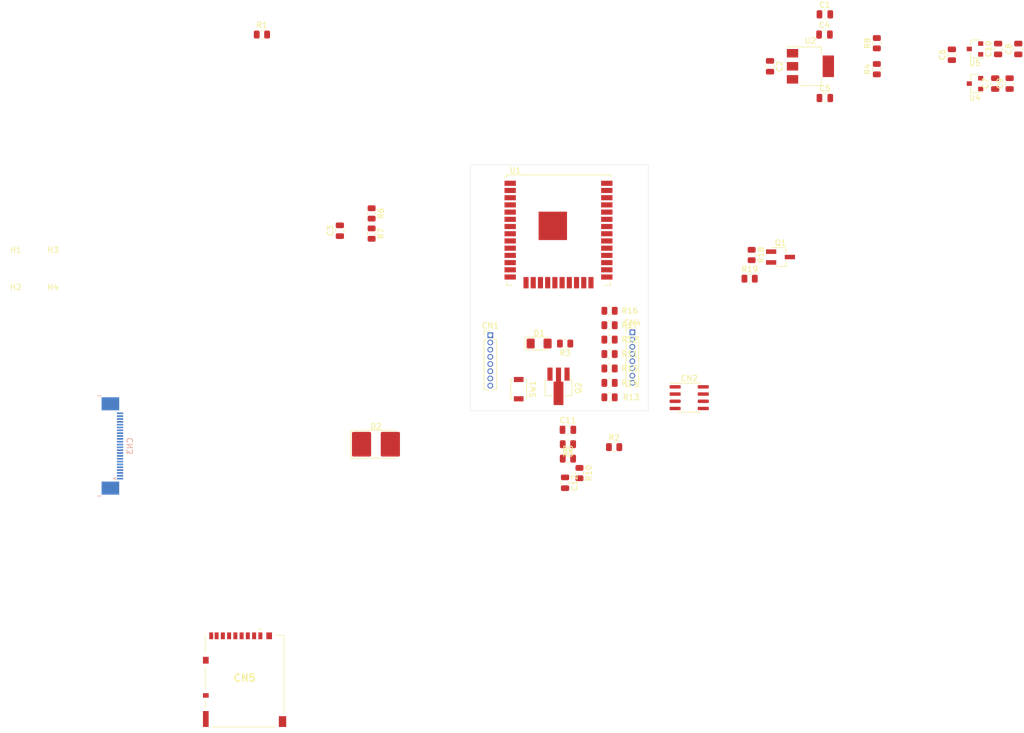
<source format=kicad_pcb>
(kicad_pcb (version 20171130) (host pcbnew 5.1.10-88a1d61d58~90~ubuntu20.04.1)

  (general
    (thickness 1.6)
    (drawings 5)
    (tracks 0)
    (zones 0)
    (modules 49)
    (nets 52)
  )

  (page A4)
  (layers
    (0 F.Cu signal)
    (31 B.Cu signal)
    (32 B.Adhes user hide)
    (33 F.Adhes user hide)
    (34 B.Paste user hide)
    (35 F.Paste user hide)
    (36 B.SilkS user)
    (37 F.SilkS user)
    (38 B.Mask user hide)
    (39 F.Mask user hide)
    (40 Dwgs.User user)
    (41 Cmts.User user hide)
    (42 Eco1.User user hide)
    (43 Eco2.User user hide)
    (44 Edge.Cuts user)
    (45 Margin user)
    (46 B.CrtYd user)
    (47 F.CrtYd user)
    (48 B.Fab user hide)
    (49 F.Fab user hide)
  )

  (setup
    (last_trace_width 0.25)
    (trace_clearance 0.2)
    (zone_clearance 0.508)
    (zone_45_only no)
    (trace_min 0.2)
    (via_size 0.8)
    (via_drill 0.4)
    (via_min_size 0.4)
    (via_min_drill 0.3)
    (uvia_size 0.3)
    (uvia_drill 0.1)
    (uvias_allowed no)
    (uvia_min_size 0.2)
    (uvia_min_drill 0.1)
    (edge_width 0.05)
    (segment_width 0.2)
    (pcb_text_width 0.3)
    (pcb_text_size 1.5 1.5)
    (mod_edge_width 0.12)
    (mod_text_size 1 1)
    (mod_text_width 0.15)
    (pad_size 1.524 1.524)
    (pad_drill 0.762)
    (pad_to_mask_clearance 0)
    (aux_axis_origin 0 0)
    (visible_elements FFFFFF7F)
    (pcbplotparams
      (layerselection 0x010fc_ffffffff)
      (usegerberextensions false)
      (usegerberattributes true)
      (usegerberadvancedattributes true)
      (creategerberjobfile true)
      (excludeedgelayer true)
      (linewidth 0.100000)
      (plotframeref false)
      (viasonmask false)
      (mode 1)
      (useauxorigin false)
      (hpglpennumber 1)
      (hpglpenspeed 20)
      (hpglpendiameter 15.000000)
      (psnegative false)
      (psa4output false)
      (plotreference true)
      (plotvalue true)
      (plotinvisibletext false)
      (padsonsilk false)
      (subtractmaskfromsilk false)
      (outputformat 1)
      (mirror false)
      (drillshape 1)
      (scaleselection 1)
      (outputdirectory ""))
  )

  (net 0 "")
  (net 1 +3V3)
  (net 2 GND)
  (net 3 +5V)
  (net 4 "Net-(C3-Pad2)")
  (net 5 "Net-(C6-Pad2)")
  (net 6 +2V8)
  (net 7 +1V2)
  (net 8 "Net-(C11-Pad1)")
  (net 9 "Net-(C12-Pad1)")
  (net 10 "Net-(CN2-Pad7)")
  (net 11 "Net-(CN2-Pad6)")
  (net 12 "Net-(CN2-Pad5)")
  (net 13 "Net-(CN2-Pad3)")
  (net 14 "Net-(CN2-Pad2)")
  (net 15 "Net-(CN2-Pad1)")
  (net 16 "Net-(CN3-Pad24)")
  (net 17 /TWI_SDA)
  (net 18 /TWI_SCK)
  (net 19 "Net-(CN3-Pad18)")
  (net 20 "Net-(CN3-Pad17)")
  (net 21 "Net-(CN3-Pad16)")
  (net 22 "Net-(CN3-Pad13)")
  (net 23 /CSI_MCLK)
  (net 24 "Net-(CN3-Pad11)")
  (net 25 "Net-(CN3-Pad9)")
  (net 26 "Net-(CN3-Pad7)")
  (net 27 "Net-(CN3-Pad6)")
  (net 28 "Net-(CN3-Pad5)")
  (net 29 "Net-(CN3-Pad4)")
  (net 30 "Net-(CN3-Pad3)")
  (net 31 "Net-(CN3-Pad2)")
  (net 32 "Net-(CN3-Pad1)")
  (net 33 /HS2_DATA1)
  (net 34 /HS2_DATA0)
  (net 35 /HS2_CLK)
  (net 36 /HS2_CMD)
  (net 37 /HS2_DATA3)
  (net 38 /HS2_DATA2)
  (net 39 "Net-(D1-Pad2)")
  (net 40 "Net-(D1-Pad1)")
  (net 41 "Net-(D2-Pad1)")
  (net 42 "Net-(Q1-Pad2)")
  (net 43 "Net-(CN1-Pad4)")
  (net 44 /CAM_PWR)
  (net 45 "Net-(CN1-Pad2)")
  (net 46 "Net-(CN1-Pad3)")
  (net 47 "Net-(U1-Pad32)")
  (net 48 "Net-(CN1-Pad7)")
  (net 49 /CLK)
  (net 50 /CMD)
  (net 51 "Net-(Q2-Pad2)")

  (net_class Default "This is the default net class."
    (clearance 0.2)
    (trace_width 0.25)
    (via_dia 0.8)
    (via_drill 0.4)
    (uvia_dia 0.3)
    (uvia_drill 0.1)
    (add_net +1V2)
    (add_net +2V8)
    (add_net +3V3)
    (add_net +5V)
    (add_net /CAM_PWR)
    (add_net /CLK)
    (add_net /CMD)
    (add_net /CSI_MCLK)
    (add_net /HS2_CLK)
    (add_net /HS2_CMD)
    (add_net /HS2_DATA0)
    (add_net /HS2_DATA1)
    (add_net /HS2_DATA2)
    (add_net /HS2_DATA3)
    (add_net /TWI_SCK)
    (add_net /TWI_SDA)
    (add_net GND)
    (add_net "Net-(C11-Pad1)")
    (add_net "Net-(C12-Pad1)")
    (add_net "Net-(C3-Pad2)")
    (add_net "Net-(C6-Pad2)")
    (add_net "Net-(CN1-Pad2)")
    (add_net "Net-(CN1-Pad3)")
    (add_net "Net-(CN1-Pad4)")
    (add_net "Net-(CN1-Pad7)")
    (add_net "Net-(CN2-Pad1)")
    (add_net "Net-(CN2-Pad2)")
    (add_net "Net-(CN2-Pad3)")
    (add_net "Net-(CN2-Pad5)")
    (add_net "Net-(CN2-Pad6)")
    (add_net "Net-(CN2-Pad7)")
    (add_net "Net-(CN3-Pad1)")
    (add_net "Net-(CN3-Pad11)")
    (add_net "Net-(CN3-Pad13)")
    (add_net "Net-(CN3-Pad16)")
    (add_net "Net-(CN3-Pad17)")
    (add_net "Net-(CN3-Pad18)")
    (add_net "Net-(CN3-Pad2)")
    (add_net "Net-(CN3-Pad24)")
    (add_net "Net-(CN3-Pad3)")
    (add_net "Net-(CN3-Pad4)")
    (add_net "Net-(CN3-Pad5)")
    (add_net "Net-(CN3-Pad6)")
    (add_net "Net-(CN3-Pad7)")
    (add_net "Net-(CN3-Pad9)")
    (add_net "Net-(D1-Pad1)")
    (add_net "Net-(D1-Pad2)")
    (add_net "Net-(D2-Pad1)")
    (add_net "Net-(Q1-Pad2)")
    (add_net "Net-(Q2-Pad2)")
    (add_net "Net-(U1-Pad32)")
  )

  (module Button_Switch_SMD:SW_SPST_B3U-1000P (layer F.Cu) (tedit 5A02FC95) (tstamp 6112F4B8)
    (at 58.5 89.5 270)
    (descr "Ultra-small-sized Tactile Switch with High Contact Reliability, Top-actuated Model, without Ground Terminal, without Boss")
    (tags "Tactile Switch")
    (path /61249965)
    (attr smd)
    (fp_text reference SW1 (at 0 -2.5 90) (layer F.SilkS)
      (effects (font (size 1 1) (thickness 0.15)))
    )
    (fp_text value SWITCH (at 0 2.5 90) (layer F.Fab)
      (effects (font (size 1 1) (thickness 0.15)))
    )
    (fp_text user %R (at 0 -2.5 90) (layer F.Fab)
      (effects (font (size 1 1) (thickness 0.15)))
    )
    (fp_line (start -2.4 1.65) (end 2.4 1.65) (layer F.CrtYd) (width 0.05))
    (fp_line (start 2.4 1.65) (end 2.4 -1.65) (layer F.CrtYd) (width 0.05))
    (fp_line (start 2.4 -1.65) (end -2.4 -1.65) (layer F.CrtYd) (width 0.05))
    (fp_line (start -2.4 -1.65) (end -2.4 1.65) (layer F.CrtYd) (width 0.05))
    (fp_line (start -1.65 1.1) (end -1.65 1.4) (layer F.SilkS) (width 0.12))
    (fp_line (start -1.65 1.4) (end 1.65 1.4) (layer F.SilkS) (width 0.12))
    (fp_line (start 1.65 1.4) (end 1.65 1.1) (layer F.SilkS) (width 0.12))
    (fp_line (start -1.65 -1.1) (end -1.65 -1.4) (layer F.SilkS) (width 0.12))
    (fp_line (start -1.65 -1.4) (end 1.65 -1.4) (layer F.SilkS) (width 0.12))
    (fp_line (start 1.65 -1.4) (end 1.65 -1.1) (layer F.SilkS) (width 0.12))
    (fp_line (start -1.5 -1.25) (end 1.5 -1.25) (layer F.Fab) (width 0.1))
    (fp_line (start 1.5 -1.25) (end 1.5 1.25) (layer F.Fab) (width 0.1))
    (fp_line (start 1.5 1.25) (end -1.5 1.25) (layer F.Fab) (width 0.1))
    (fp_line (start -1.5 1.25) (end -1.5 -1.25) (layer F.Fab) (width 0.1))
    (fp_circle (center 0 0) (end 0.75 0) (layer F.Fab) (width 0.1))
    (pad 2 smd rect (at 1.7 0 270) (size 0.9 1.7) (layers F.Cu F.Paste F.Mask)
      (net 2 GND))
    (pad 1 smd rect (at -1.7 0 270) (size 0.9 1.7) (layers F.Cu F.Paste F.Mask)
      (net 4 "Net-(C3-Pad2)"))
    (model ${KISYS3DMOD}/Button_Switch_SMD.3dshapes/SW_SPST_B3U-1000P.wrl
      (at (xyz 0 0 0))
      (scale (xyz 1 1 1))
      (rotate (xyz 0 0 0))
    )
  )

  (module MountingHole:MountingHole_2.5mm (layer F.Cu) (tedit 56D1B4CB) (tstamp 611639E7)
    (at -23.45 75.05)
    (descr "Mounting Hole 2.5mm, no annular")
    (tags "mounting hole 2.5mm no annular")
    (path /6162422A)
    (attr virtual)
    (fp_text reference H4 (at 0 -3.5) (layer F.SilkS)
      (effects (font (size 1 1) (thickness 0.15)))
    )
    (fp_text value MountingHole (at 0 3.5) (layer F.Fab)
      (effects (font (size 1 1) (thickness 0.15)))
    )
    (fp_text user %R (at 0.3 0) (layer F.Fab)
      (effects (font (size 1 1) (thickness 0.15)))
    )
    (fp_circle (center 0 0) (end 2.5 0) (layer Cmts.User) (width 0.15))
    (fp_circle (center 0 0) (end 2.75 0) (layer F.CrtYd) (width 0.05))
    (pad 1 np_thru_hole circle (at 0 0) (size 2.5 2.5) (drill 2.5) (layers *.Cu *.Mask))
  )

  (module MountingHole:MountingHole_2.5mm (layer F.Cu) (tedit 56D1B4CB) (tstamp 611639DF)
    (at -23.45 68.5)
    (descr "Mounting Hole 2.5mm, no annular")
    (tags "mounting hole 2.5mm no annular")
    (path /61624224)
    (attr virtual)
    (fp_text reference H3 (at 0 -3.5) (layer F.SilkS)
      (effects (font (size 1 1) (thickness 0.15)))
    )
    (fp_text value MountingHole (at 0 3.5) (layer F.Fab)
      (effects (font (size 1 1) (thickness 0.15)))
    )
    (fp_text user %R (at 0.3 0) (layer F.Fab)
      (effects (font (size 1 1) (thickness 0.15)))
    )
    (fp_circle (center 0 0) (end 2.5 0) (layer Cmts.User) (width 0.15))
    (fp_circle (center 0 0) (end 2.75 0) (layer F.CrtYd) (width 0.05))
    (pad 1 np_thru_hole circle (at 0 0) (size 2.5 2.5) (drill 2.5) (layers *.Cu *.Mask))
  )

  (module MountingHole:MountingHole_2.5mm (layer F.Cu) (tedit 56D1B4CB) (tstamp 611639D7)
    (at -30 75.05)
    (descr "Mounting Hole 2.5mm, no annular")
    (tags "mounting hole 2.5mm no annular")
    (path /6162421E)
    (attr virtual)
    (fp_text reference H2 (at 0 -3.5) (layer F.SilkS)
      (effects (font (size 1 1) (thickness 0.15)))
    )
    (fp_text value MountingHole (at 0 3.5) (layer F.Fab)
      (effects (font (size 1 1) (thickness 0.15)))
    )
    (fp_text user %R (at 0.3 0) (layer F.Fab)
      (effects (font (size 1 1) (thickness 0.15)))
    )
    (fp_circle (center 0 0) (end 2.5 0) (layer Cmts.User) (width 0.15))
    (fp_circle (center 0 0) (end 2.75 0) (layer F.CrtYd) (width 0.05))
    (pad 1 np_thru_hole circle (at 0 0) (size 2.5 2.5) (drill 2.5) (layers *.Cu *.Mask))
  )

  (module MountingHole:MountingHole_2.5mm (layer F.Cu) (tedit 56D1B4CB) (tstamp 611639CF)
    (at -30 68.5)
    (descr "Mounting Hole 2.5mm, no annular")
    (tags "mounting hole 2.5mm no annular")
    (path /61624218)
    (attr virtual)
    (fp_text reference H1 (at 0 -3.5) (layer F.SilkS)
      (effects (font (size 1 1) (thickness 0.15)))
    )
    (fp_text value MountingHole (at 0 3.5) (layer F.Fab)
      (effects (font (size 1 1) (thickness 0.15)))
    )
    (fp_text user %R (at 0.3 0) (layer F.Fab)
      (effects (font (size 1 1) (thickness 0.15)))
    )
    (fp_circle (center 0 0) (end 2.5 0) (layer Cmts.User) (width 0.15))
    (fp_circle (center 0 0) (end 2.75 0) (layer F.CrtYd) (width 0.05))
    (pad 1 np_thru_hole circle (at 0 0) (size 2.5 2.5) (drill 2.5) (layers *.Cu *.Mask))
  )

  (module Package_TO_SOT_SMD:SOT-89-3_Handsoldering (layer F.Cu) (tedit 5C33D6DD) (tstamp 611339C4)
    (at 65.5 89 270)
    (descr "SOT-89-3 Handsoldering")
    (tags "SOT-89-3 Handsoldering")
    (path /611F50D0)
    (attr smd)
    (fp_text reference Q2 (at 0.3 -3.5 90) (layer F.SilkS)
      (effects (font (size 1 1) (thickness 0.15)))
    )
    (fp_text value PMOS (at 0.3 3.5 90) (layer F.Fab)
      (effects (font (size 1 1) (thickness 0.15)))
    )
    (fp_line (start -1.06 2.36) (end -1.06 2.13) (layer F.SilkS) (width 0.12))
    (fp_line (start -1.06 -2.36) (end -1.06 -2.13) (layer F.SilkS) (width 0.12))
    (fp_line (start -1.06 -2.36) (end 1.66 -2.36) (layer F.SilkS) (width 0.12))
    (fp_line (start -3.55 2.5) (end -3.55 -2.5) (layer F.CrtYd) (width 0.05))
    (fp_line (start -3.55 2.5) (end 3.55 2.5) (layer F.CrtYd) (width 0.05))
    (fp_line (start 3.55 -2.5) (end -3.55 -2.5) (layer F.CrtYd) (width 0.05))
    (fp_line (start 3.55 -2.5) (end 3.55 2.5) (layer F.CrtYd) (width 0.05))
    (fp_line (start 0.05 -2.25) (end 1.55 -2.25) (layer F.Fab) (width 0.1))
    (fp_line (start -0.95 2.25) (end -0.95 -1.25) (layer F.Fab) (width 0.1))
    (fp_line (start 1.55 2.25) (end -0.95 2.25) (layer F.Fab) (width 0.1))
    (fp_line (start 1.55 -2.25) (end 1.55 2.25) (layer F.Fab) (width 0.1))
    (fp_line (start -0.95 -1.25) (end 0.05 -2.25) (layer F.Fab) (width 0.1))
    (fp_line (start 1.66 -2.36) (end 1.66 -1.05) (layer F.SilkS) (width 0.12))
    (fp_line (start -2.2 -2.13) (end -1.06 -2.13) (layer F.SilkS) (width 0.12))
    (fp_line (start 1.66 2.36) (end -1.06 2.36) (layer F.SilkS) (width 0.12))
    (fp_line (start 1.66 1.05) (end 1.66 2.36) (layer F.SilkS) (width 0.12))
    (fp_text user %R (at 0.5 0) (layer F.Fab)
      (effects (font (size 1 1) (thickness 0.15)))
    )
    (pad 2 smd custom (at -2.0625 0 270) (size 2.475 0.9) (layers F.Cu F.Paste F.Mask)
      (net 51 "Net-(Q2-Pad2)") (zone_connect 2)
      (options (clearance outline) (anchor rect))
      (primitives
        (gr_poly (pts
           (xy 1.2375 -0.8665) (xy 5.3625 -0.8665) (xy 5.3625 0.8665) (xy 1.2375 0.8665)) (width 0))
      ))
    (pad 3 smd rect (at -2.15 1.5 270) (size 2.3 0.9) (layers F.Cu F.Paste F.Mask)
      (net 1 +3V3))
    (pad 1 smd rect (at -2.15 -1.5 270) (size 2.3 0.9) (layers F.Cu F.Paste F.Mask)
      (net 5 "Net-(C6-Pad2)"))
    (model ${KISYS3DMOD}/Package_TO_SOT_SMD.3dshapes/SOT-89-3.wrl
      (at (xyz 0 0 0))
      (scale (xyz 1 1 1))
      (rotate (xyz 0 0 0))
    )
  )

  (module LED_SMD:LED_2816_7142Metric_Castellated (layer F.Cu) (tedit 5F68FEF1) (tstamp 6111EF50)
    (at 33.378 99.196)
    (descr "LED SMD 2816 (7142 Metric), castellated end terminal, IPC_7351 nominal, (Body size from: https://www.vishay.com/docs/30100/wsl.pdf), generated with kicad-footprint-generator")
    (tags "LED castellated")
    (path /61810BEC)
    (attr smd)
    (fp_text reference D2 (at 0 -3.13) (layer F.SilkS)
      (effects (font (size 1 1) (thickness 0.15)))
    )
    (fp_text value LED_ALT (at 0 3.13) (layer F.Fab)
      (effects (font (size 1 1) (thickness 0.15)))
    )
    (fp_line (start 4.48 2.43) (end -4.48 2.43) (layer F.CrtYd) (width 0.05))
    (fp_line (start 4.48 -2.43) (end 4.48 2.43) (layer F.CrtYd) (width 0.05))
    (fp_line (start -4.48 -2.43) (end 4.48 -2.43) (layer F.CrtYd) (width 0.05))
    (fp_line (start -4.48 2.43) (end -4.48 -2.43) (layer F.CrtYd) (width 0.05))
    (fp_line (start -4.485 2.435) (end 3.55 2.435) (layer F.SilkS) (width 0.12))
    (fp_line (start -4.485 -2.435) (end -4.485 2.435) (layer F.SilkS) (width 0.12))
    (fp_line (start 3.55 -2.435) (end -4.485 -2.435) (layer F.SilkS) (width 0.12))
    (fp_line (start 3.55 2.1) (end 3.55 -2.1) (layer F.Fab) (width 0.1))
    (fp_line (start -3.55 2.1) (end 3.55 2.1) (layer F.Fab) (width 0.1))
    (fp_line (start -3.55 -1.1) (end -3.55 2.1) (layer F.Fab) (width 0.1))
    (fp_line (start -2.55 -2.1) (end -3.55 -1.1) (layer F.Fab) (width 0.1))
    (fp_line (start 3.55 -2.1) (end -2.55 -2.1) (layer F.Fab) (width 0.1))
    (fp_text user %R (at 0 0) (layer F.Fab)
      (effects (font (size 1 1) (thickness 0.15)))
    )
    (pad 2 smd roundrect (at 2.5375 0) (size 3.375 4.35) (layers F.Cu F.Paste F.Mask) (roundrect_rratio 0.074074)
      (net 1 +3V3))
    (pad 1 smd roundrect (at -2.5375 0) (size 3.375 4.35) (layers F.Cu F.Paste F.Mask) (roundrect_rratio 0.074074)
      (net 41 "Net-(D2-Pad1)"))
    (model ${KISYS3DMOD}/LED_SMD.3dshapes/LED_2816_7142Metric_Castellated.wrl
      (at (xyz 0 0 0))
      (scale (xyz 1 1 1))
      (rotate (xyz 0 0 0))
    )
  )

  (module Connector_PinHeader_1.27mm:PinHeader_1x08_P1.27mm_Vertical (layer F.Cu) (tedit 59FED6E3) (tstamp 61124A08)
    (at 78.5 79.5)
    (descr "Through hole straight pin header, 1x08, 1.27mm pitch, single row")
    (tags "Through hole pin header THT 1x08 1.27mm single row")
    (path /611FA2E7)
    (fp_text reference CN4 (at 0 -1.695) (layer F.SilkS)
      (effects (font (size 1 1) (thickness 0.15)))
    )
    (fp_text value ESP32CAM_P2 (at 0 10.585) (layer F.Fab)
      (effects (font (size 1 1) (thickness 0.15)))
    )
    (fp_line (start 1.55 -1.15) (end -1.55 -1.15) (layer F.CrtYd) (width 0.05))
    (fp_line (start 1.55 10.05) (end 1.55 -1.15) (layer F.CrtYd) (width 0.05))
    (fp_line (start -1.55 10.05) (end 1.55 10.05) (layer F.CrtYd) (width 0.05))
    (fp_line (start -1.55 -1.15) (end -1.55 10.05) (layer F.CrtYd) (width 0.05))
    (fp_line (start -1.11 -0.76) (end 0 -0.76) (layer F.SilkS) (width 0.12))
    (fp_line (start -1.11 0) (end -1.11 -0.76) (layer F.SilkS) (width 0.12))
    (fp_line (start 0.563471 0.76) (end 1.11 0.76) (layer F.SilkS) (width 0.12))
    (fp_line (start -1.11 0.76) (end -0.563471 0.76) (layer F.SilkS) (width 0.12))
    (fp_line (start 1.11 0.76) (end 1.11 9.585) (layer F.SilkS) (width 0.12))
    (fp_line (start -1.11 0.76) (end -1.11 9.585) (layer F.SilkS) (width 0.12))
    (fp_line (start 0.30753 9.585) (end 1.11 9.585) (layer F.SilkS) (width 0.12))
    (fp_line (start -1.11 9.585) (end -0.30753 9.585) (layer F.SilkS) (width 0.12))
    (fp_line (start -1.05 -0.11) (end -0.525 -0.635) (layer F.Fab) (width 0.1))
    (fp_line (start -1.05 9.525) (end -1.05 -0.11) (layer F.Fab) (width 0.1))
    (fp_line (start 1.05 9.525) (end -1.05 9.525) (layer F.Fab) (width 0.1))
    (fp_line (start 1.05 -0.635) (end 1.05 9.525) (layer F.Fab) (width 0.1))
    (fp_line (start -0.525 -0.635) (end 1.05 -0.635) (layer F.Fab) (width 0.1))
    (fp_text user %R (at 0 4.445 90) (layer F.Fab)
      (effects (font (size 1 1) (thickness 0.15)))
    )
    (pad 8 thru_hole oval (at 0 8.89) (size 1 1) (drill 0.65) (layers *.Cu *.Mask)
      (net 3 +5V))
    (pad 7 thru_hole oval (at 0 7.62) (size 1 1) (drill 0.65) (layers *.Cu *.Mask)
      (net 2 GND))
    (pad 6 thru_hole oval (at 0 6.35) (size 1 1) (drill 0.65) (layers *.Cu *.Mask)
      (net 38 /HS2_DATA2))
    (pad 5 thru_hole oval (at 0 5.08) (size 1 1) (drill 0.65) (layers *.Cu *.Mask)
      (net 37 /HS2_DATA3))
    (pad 4 thru_hole oval (at 0 3.81) (size 1 1) (drill 0.65) (layers *.Cu *.Mask)
      (net 36 /HS2_CMD))
    (pad 3 thru_hole oval (at 0 2.54) (size 1 1) (drill 0.65) (layers *.Cu *.Mask)
      (net 35 /HS2_CLK))
    (pad 2 thru_hole oval (at 0 1.27) (size 1 1) (drill 0.65) (layers *.Cu *.Mask)
      (net 34 /HS2_DATA0))
    (pad 1 thru_hole rect (at 0 0) (size 1 1) (drill 0.65) (layers *.Cu *.Mask)
      (net 33 /HS2_DATA1))
    (model ${KISYS3DMOD}/Connector_PinHeader_1.27mm.3dshapes/PinHeader_1x08_P1.27mm_Vertical.wrl
      (at (xyz 0 0 0))
      (scale (xyz 1 1 1))
      (rotate (xyz 0 0 0))
    )
  )

  (module Connector_PinHeader_1.27mm:PinHeader_1x08_P1.27mm_Vertical (layer F.Cu) (tedit 59FED6E3) (tstamp 6115BB4A)
    (at 53.5 80)
    (descr "Through hole straight pin header, 1x08, 1.27mm pitch, single row")
    (tags "Through hole pin header THT 1x08 1.27mm single row")
    (path /611C9FDF)
    (fp_text reference CN1 (at 0 -1.695) (layer F.SilkS)
      (effects (font (size 1 1) (thickness 0.15)))
    )
    (fp_text value ESP32CAM_P1 (at 0 1.695) (layer F.Fab)
      (effects (font (size 1 1) (thickness 0.15)))
    )
    (fp_line (start -0.525 -0.635) (end 1.05 -0.635) (layer F.Fab) (width 0.1))
    (fp_line (start 1.05 -0.635) (end 1.05 9.525) (layer F.Fab) (width 0.1))
    (fp_line (start 1.05 9.525) (end -1.05 9.525) (layer F.Fab) (width 0.1))
    (fp_line (start -1.05 9.525) (end -1.05 -0.11) (layer F.Fab) (width 0.1))
    (fp_line (start -1.05 -0.11) (end -0.525 -0.635) (layer F.Fab) (width 0.1))
    (fp_line (start -1.11 9.585) (end -0.30753 9.585) (layer F.SilkS) (width 0.12))
    (fp_line (start 0.30753 9.585) (end 1.11 9.585) (layer F.SilkS) (width 0.12))
    (fp_line (start -1.11 0.76) (end -1.11 9.585) (layer F.SilkS) (width 0.12))
    (fp_line (start 1.11 0.76) (end 1.11 9.585) (layer F.SilkS) (width 0.12))
    (fp_line (start -1.11 0.76) (end -0.563471 0.76) (layer F.SilkS) (width 0.12))
    (fp_line (start 0.563471 0.76) (end 1.11 0.76) (layer F.SilkS) (width 0.12))
    (fp_line (start -1.11 0) (end -1.11 -0.76) (layer F.SilkS) (width 0.12))
    (fp_line (start -1.11 -0.76) (end 0 -0.76) (layer F.SilkS) (width 0.12))
    (fp_line (start -1.55 -1.15) (end -1.55 10.05) (layer F.CrtYd) (width 0.05))
    (fp_line (start -1.55 10.05) (end 1.55 10.05) (layer F.CrtYd) (width 0.05))
    (fp_line (start 1.55 10.05) (end 1.55 -1.15) (layer F.CrtYd) (width 0.05))
    (fp_line (start 1.55 -1.15) (end -1.55 -1.15) (layer F.CrtYd) (width 0.05))
    (fp_text user %R (at 0 0 90) (layer F.Fab)
      (effects (font (size 1 1) (thickness 0.15)))
    )
    (pad 8 thru_hole oval (at 0 8.89) (size 1 1) (drill 0.65) (layers *.Cu *.Mask)
      (net 1 +3V3))
    (pad 7 thru_hole oval (at 0 7.62) (size 1 1) (drill 0.65) (layers *.Cu *.Mask)
      (net 48 "Net-(CN1-Pad7)"))
    (pad 6 thru_hole oval (at 0 6.35) (size 1 1) (drill 0.65) (layers *.Cu *.Mask)
      (net 23 /CSI_MCLK))
    (pad 5 thru_hole oval (at 0 5.08) (size 1 1) (drill 0.65) (layers *.Cu *.Mask)
      (net 2 GND))
    (pad 4 thru_hole oval (at 0 3.81) (size 1 1) (drill 0.65) (layers *.Cu *.Mask)
      (net 43 "Net-(CN1-Pad4)"))
    (pad 3 thru_hole oval (at 0 2.54) (size 1 1) (drill 0.65) (layers *.Cu *.Mask)
      (net 46 "Net-(CN1-Pad3)"))
    (pad 2 thru_hole oval (at 0 1.27) (size 1 1) (drill 0.65) (layers *.Cu *.Mask)
      (net 45 "Net-(CN1-Pad2)"))
    (pad 1 thru_hole rect (at 0 0) (size 1 1) (drill 0.65) (layers *.Cu *.Mask)
      (net 2 GND))
    (model ${KISYS3DMOD}/Connector_PinHeader_1.27mm.3dshapes/PinHeader_1x08_P1.27mm_Vertical.wrl
      (at (xyz 0 0 0))
      (scale (xyz 1 1 1))
      (rotate (xyz 0 0 0))
    )
  )

  (module Package_TO_SOT_SMD:SOT-23 (layer F.Cu) (tedit 5A02FF57) (tstamp 6113404A)
    (at 138.788 29.6 180)
    (descr "SOT-23, Standard")
    (tags SOT-23)
    (path /6143EC5C)
    (attr smd)
    (fp_text reference U5 (at 0 -2.5) (layer F.SilkS)
      (effects (font (size 1 1) (thickness 0.15)))
    )
    (fp_text value XC6206-1,2V (at 0 2.5) (layer F.Fab)
      (effects (font (size 1 1) (thickness 0.15)))
    )
    (fp_line (start -0.7 -0.95) (end -0.7 1.5) (layer F.Fab) (width 0.1))
    (fp_line (start -0.15 -1.52) (end 0.7 -1.52) (layer F.Fab) (width 0.1))
    (fp_line (start -0.7 -0.95) (end -0.15 -1.52) (layer F.Fab) (width 0.1))
    (fp_line (start 0.7 -1.52) (end 0.7 1.52) (layer F.Fab) (width 0.1))
    (fp_line (start -0.7 1.52) (end 0.7 1.52) (layer F.Fab) (width 0.1))
    (fp_line (start 0.76 1.58) (end 0.76 0.65) (layer F.SilkS) (width 0.12))
    (fp_line (start 0.76 -1.58) (end 0.76 -0.65) (layer F.SilkS) (width 0.12))
    (fp_line (start -1.7 -1.75) (end 1.7 -1.75) (layer F.CrtYd) (width 0.05))
    (fp_line (start 1.7 -1.75) (end 1.7 1.75) (layer F.CrtYd) (width 0.05))
    (fp_line (start 1.7 1.75) (end -1.7 1.75) (layer F.CrtYd) (width 0.05))
    (fp_line (start -1.7 1.75) (end -1.7 -1.75) (layer F.CrtYd) (width 0.05))
    (fp_line (start 0.76 -1.58) (end -1.4 -1.58) (layer F.SilkS) (width 0.12))
    (fp_line (start 0.76 1.58) (end -0.7 1.58) (layer F.SilkS) (width 0.12))
    (fp_text user %R (at 0 0 90) (layer F.Fab)
      (effects (font (size 0.5 0.5) (thickness 0.075)))
    )
    (pad 3 smd rect (at 1 0 180) (size 0.9 0.8) (layers F.Cu F.Paste F.Mask)
      (net 5 "Net-(C6-Pad2)"))
    (pad 2 smd rect (at -1 0.95 180) (size 0.9 0.8) (layers F.Cu F.Paste F.Mask)
      (net 7 +1V2))
    (pad 1 smd rect (at -1 -0.95 180) (size 0.9 0.8) (layers F.Cu F.Paste F.Mask)
      (net 2 GND))
    (model ${KISYS3DMOD}/Package_TO_SOT_SMD.3dshapes/SOT-23.wrl
      (at (xyz 0 0 0))
      (scale (xyz 1 1 1))
      (rotate (xyz 0 0 0))
    )
  )

  (module Package_TO_SOT_SMD:SOT-23 (layer F.Cu) (tedit 5A02FF57) (tstamp 6111F145)
    (at 138.788 35.696 180)
    (descr "SOT-23, Standard")
    (tags SOT-23)
    (path /6143E22A)
    (attr smd)
    (fp_text reference U4 (at 0 -2.5) (layer F.SilkS)
      (effects (font (size 1 1) (thickness 0.15)))
    )
    (fp_text value XC6206-2,8V (at 0 2.5) (layer F.Fab)
      (effects (font (size 1 1) (thickness 0.15)))
    )
    (fp_line (start -0.7 -0.95) (end -0.7 1.5) (layer F.Fab) (width 0.1))
    (fp_line (start -0.15 -1.52) (end 0.7 -1.52) (layer F.Fab) (width 0.1))
    (fp_line (start -0.7 -0.95) (end -0.15 -1.52) (layer F.Fab) (width 0.1))
    (fp_line (start 0.7 -1.52) (end 0.7 1.52) (layer F.Fab) (width 0.1))
    (fp_line (start -0.7 1.52) (end 0.7 1.52) (layer F.Fab) (width 0.1))
    (fp_line (start 0.76 1.58) (end 0.76 0.65) (layer F.SilkS) (width 0.12))
    (fp_line (start 0.76 -1.58) (end 0.76 -0.65) (layer F.SilkS) (width 0.12))
    (fp_line (start -1.7 -1.75) (end 1.7 -1.75) (layer F.CrtYd) (width 0.05))
    (fp_line (start 1.7 -1.75) (end 1.7 1.75) (layer F.CrtYd) (width 0.05))
    (fp_line (start 1.7 1.75) (end -1.7 1.75) (layer F.CrtYd) (width 0.05))
    (fp_line (start -1.7 1.75) (end -1.7 -1.75) (layer F.CrtYd) (width 0.05))
    (fp_line (start 0.76 -1.58) (end -1.4 -1.58) (layer F.SilkS) (width 0.12))
    (fp_line (start 0.76 1.58) (end -0.7 1.58) (layer F.SilkS) (width 0.12))
    (fp_text user %R (at 0 0 90) (layer F.Fab)
      (effects (font (size 0.5 0.5) (thickness 0.075)))
    )
    (pad 3 smd rect (at 1 0 180) (size 0.9 0.8) (layers F.Cu F.Paste F.Mask)
      (net 5 "Net-(C6-Pad2)"))
    (pad 2 smd rect (at -1 0.95 180) (size 0.9 0.8) (layers F.Cu F.Paste F.Mask)
      (net 6 +2V8))
    (pad 1 smd rect (at -1 -0.95 180) (size 0.9 0.8) (layers F.Cu F.Paste F.Mask)
      (net 2 GND))
    (model ${KISYS3DMOD}/Package_TO_SOT_SMD.3dshapes/SOT-23.wrl
      (at (xyz 0 0 0))
      (scale (xyz 1 1 1))
      (rotate (xyz 0 0 0))
    )
  )

  (module Package_TO_SOT_SMD:SOT-223-3_TabPin2 (layer F.Cu) (tedit 5A02FF57) (tstamp 6111F130)
    (at 109.832 32.648)
    (descr "module CMS SOT223 4 pins")
    (tags "CMS SOT")
    (path /6143DB27)
    (attr smd)
    (fp_text reference U2 (at 0 -4.5) (layer F.SilkS)
      (effects (font (size 1 1) (thickness 0.15)))
    )
    (fp_text value AMS1117 (at 0 4.5) (layer F.Fab)
      (effects (font (size 1 1) (thickness 0.15)))
    )
    (fp_line (start 1.91 3.41) (end 1.91 2.15) (layer F.SilkS) (width 0.12))
    (fp_line (start 1.91 -3.41) (end 1.91 -2.15) (layer F.SilkS) (width 0.12))
    (fp_line (start 4.4 -3.6) (end -4.4 -3.6) (layer F.CrtYd) (width 0.05))
    (fp_line (start 4.4 3.6) (end 4.4 -3.6) (layer F.CrtYd) (width 0.05))
    (fp_line (start -4.4 3.6) (end 4.4 3.6) (layer F.CrtYd) (width 0.05))
    (fp_line (start -4.4 -3.6) (end -4.4 3.6) (layer F.CrtYd) (width 0.05))
    (fp_line (start -1.85 -2.35) (end -0.85 -3.35) (layer F.Fab) (width 0.1))
    (fp_line (start -1.85 -2.35) (end -1.85 3.35) (layer F.Fab) (width 0.1))
    (fp_line (start -1.85 3.41) (end 1.91 3.41) (layer F.SilkS) (width 0.12))
    (fp_line (start -0.85 -3.35) (end 1.85 -3.35) (layer F.Fab) (width 0.1))
    (fp_line (start -4.1 -3.41) (end 1.91 -3.41) (layer F.SilkS) (width 0.12))
    (fp_line (start -1.85 3.35) (end 1.85 3.35) (layer F.Fab) (width 0.1))
    (fp_line (start 1.85 -3.35) (end 1.85 3.35) (layer F.Fab) (width 0.1))
    (fp_text user %R (at 0 0 90) (layer F.Fab)
      (effects (font (size 0.8 0.8) (thickness 0.12)))
    )
    (pad 1 smd rect (at -3.15 -2.3) (size 2 1.5) (layers F.Cu F.Paste F.Mask)
      (net 2 GND))
    (pad 3 smd rect (at -3.15 2.3) (size 2 1.5) (layers F.Cu F.Paste F.Mask)
      (net 3 +5V))
    (pad 2 smd rect (at -3.15 0) (size 2 1.5) (layers F.Cu F.Paste F.Mask)
      (net 1 +3V3))
    (pad 2 smd rect (at 3.15 0) (size 2 3.8) (layers F.Cu F.Paste F.Mask)
      (net 1 +3V3))
    (model ${KISYS3DMOD}/Package_TO_SOT_SMD.3dshapes/SOT-223.wrl
      (at (xyz 0 0 0))
      (scale (xyz 1 1 1))
      (rotate (xyz 0 0 0))
    )
  )

  (module RF_Module:ESP32-WROOM-32U (layer F.Cu) (tedit 5B5B4734) (tstamp 6111F11A)
    (at 65.5 61.5)
    (descr "Single 2.4 GHz Wi-Fi and Bluetooth combo chip with U.FL connector, https://www.espressif.com/sites/default/files/documentation/esp32-wroom-32d_esp32-wroom-32u_datasheet_en.pdf")
    (tags "Single 2.4 GHz Wi-Fi and Bluetooth combo  chip")
    (path /61F20A5F)
    (attr smd)
    (fp_text reference U1 (at -7.58 -10.5 180) (layer F.SilkS)
      (effects (font (size 1 1) (thickness 0.15)))
    )
    (fp_text value "ESP32-S(CAM)" (at 0 11.5) (layer F.Fab)
      (effects (font (size 1 1) (thickness 0.15)))
    )
    (fp_line (start 9 9.6) (end 9 -9.6) (layer F.Fab) (width 0.1))
    (fp_line (start -9 9.6) (end 9 9.6) (layer F.Fab) (width 0.1))
    (fp_line (start -9 -9.6) (end -9 -9) (layer F.Fab) (width 0.1))
    (fp_line (start -9 -9.6) (end 9 -9.6) (layer F.Fab) (width 0.1))
    (fp_line (start -9.75 10.5) (end -9.75 -9.85) (layer F.CrtYd) (width 0.05))
    (fp_line (start -9.75 10.5) (end 9.75 10.5) (layer F.CrtYd) (width 0.05))
    (fp_line (start 9.75 -9.85) (end 9.75 10.5) (layer F.CrtYd) (width 0.05))
    (fp_line (start -9 -8) (end -9 9.6) (layer F.Fab) (width 0.1))
    (fp_line (start -8.5 -8.5) (end -9 -9) (layer F.Fab) (width 0.1))
    (fp_line (start -9 -8) (end -8.5 -8.5) (layer F.Fab) (width 0.1))
    (fp_line (start 9.75 -9.85) (end -9.75 -9.85) (layer F.CrtYd) (width 0.05))
    (fp_line (start -9.12 9.1) (end -9.12 9.72) (layer F.SilkS) (width 0.12))
    (fp_line (start -9.12 9.72) (end -8.12 9.72) (layer F.SilkS) (width 0.12))
    (fp_line (start 9.12 9.1) (end 9.12 9.72) (layer F.SilkS) (width 0.12))
    (fp_line (start 9.12 9.72) (end 8.12 9.72) (layer F.SilkS) (width 0.12))
    (fp_line (start -9.12 -9.72) (end 9.12 -9.72) (layer F.SilkS) (width 0.12))
    (fp_line (start 9.12 -9.72) (end 9.12 -9.3) (layer F.SilkS) (width 0.12))
    (fp_line (start -9.12 -9.72) (end -9.12 -9.3) (layer F.SilkS) (width 0.12))
    (fp_line (start -9.12 -9.3) (end -9.5 -9.3) (layer F.SilkS) (width 0.12))
    (fp_text user %R (at 0 0) (layer F.Fab)
      (effects (font (size 1 1) (thickness 0.15)))
    )
    (pad 38 smd rect (at 8.5 -8.255) (size 2 0.9) (layers F.Cu F.Paste F.Mask)
      (net 2 GND))
    (pad 37 smd rect (at 8.5 -6.985) (size 2 0.9) (layers F.Cu F.Paste F.Mask)
      (net 21 "Net-(CN3-Pad16)"))
    (pad 36 smd rect (at 8.5 -5.715) (size 2 0.9) (layers F.Cu F.Paste F.Mask)
      (net 8 "Net-(C11-Pad1)"))
    (pad 35 smd rect (at 8.5 -4.445) (size 2 0.9) (layers F.Cu F.Paste F.Mask)
      (net 45 "Net-(CN1-Pad2)"))
    (pad 34 smd rect (at 8.5 -3.175) (size 2 0.9) (layers F.Cu F.Paste F.Mask)
      (net 46 "Net-(CN1-Pad3)"))
    (pad 33 smd rect (at 8.5 -1.905) (size 2 0.9) (layers F.Cu F.Paste F.Mask)
      (net 28 "Net-(CN3-Pad5)"))
    (pad 32 smd rect (at 8.5 -0.635) (size 2 0.9) (layers F.Cu F.Paste F.Mask)
      (net 47 "Net-(U1-Pad32)"))
    (pad 31 smd rect (at 8.5 0.635) (size 2 0.9) (layers F.Cu F.Paste F.Mask)
      (net 30 "Net-(CN3-Pad3)"))
    (pad 30 smd rect (at 8.5 1.905) (size 2 0.9) (layers F.Cu F.Paste F.Mask)
      (net 29 "Net-(CN3-Pad4)"))
    (pad 29 smd rect (at 8.5 3.175) (size 2 0.9) (layers F.Cu F.Paste F.Mask)
      (net 27 "Net-(CN3-Pad6)"))
    (pad 28 smd rect (at 8.5 4.445) (size 2 0.9) (layers F.Cu F.Paste F.Mask)
      (net 11 "Net-(CN2-Pad6)"))
    (pad 27 smd rect (at 8.5 5.715) (size 2 0.9) (layers F.Cu F.Paste F.Mask)
      (net 48 "Net-(CN1-Pad7)"))
    (pad 26 smd rect (at 8.5 6.985) (size 2 0.9) (layers F.Cu F.Paste F.Mask)
      (net 33 /HS2_DATA1))
    (pad 25 smd rect (at 8.5 8.255) (size 2 0.9) (layers F.Cu F.Paste F.Mask)
      (net 23 /CSI_MCLK))
    (pad 24 smd rect (at 5.715 9.255 90) (size 2 0.9) (layers F.Cu F.Paste F.Mask)
      (net 34 /HS2_DATA0))
    (pad 23 smd rect (at 4.445 9.255 90) (size 2 0.9) (layers F.Cu F.Paste F.Mask)
      (net 36 /HS2_CMD))
    (pad 22 smd rect (at 3.175 9.255 90) (size 2 0.9) (layers F.Cu F.Paste F.Mask)
      (net 12 "Net-(CN2-Pad5)"))
    (pad 21 smd rect (at 1.905 9.255 90) (size 2 0.9) (layers F.Cu F.Paste F.Mask)
      (net 14 "Net-(CN2-Pad2)"))
    (pad 20 smd rect (at 0.635 9.255 90) (size 2 0.9) (layers F.Cu F.Paste F.Mask)
      (net 49 /CLK))
    (pad 19 smd rect (at -0.635 9.255 90) (size 2 0.9) (layers F.Cu F.Paste F.Mask)
      (net 50 /CMD))
    (pad 18 smd rect (at -1.905 9.255 90) (size 2 0.9) (layers F.Cu F.Paste F.Mask)
      (net 10 "Net-(CN2-Pad7)"))
    (pad 17 smd rect (at -3.175 9.255 90) (size 2 0.9) (layers F.Cu F.Paste F.Mask)
      (net 13 "Net-(CN2-Pad3)"))
    (pad 16 smd rect (at -4.445 9.255 90) (size 2 0.9) (layers F.Cu F.Paste F.Mask)
      (net 37 /HS2_DATA3))
    (pad 15 smd rect (at -5.715 9.255 270) (size 2 0.9) (layers F.Cu F.Paste F.Mask)
      (net 2 GND))
    (pad 14 smd rect (at -8.5 8.255) (size 2 0.9) (layers F.Cu F.Paste F.Mask)
      (net 38 /HS2_DATA2))
    (pad 13 smd rect (at -8.5 6.985) (size 2 0.9) (layers F.Cu F.Paste F.Mask)
      (net 35 /HS2_CLK))
    (pad 12 smd rect (at -8.5 5.715) (size 2 0.9) (layers F.Cu F.Paste F.Mask)
      (net 18 /TWI_SCK))
    (pad 11 smd rect (at -8.5 4.445) (size 2 0.9) (layers F.Cu F.Paste F.Mask)
      (net 17 /TWI_SDA))
    (pad 10 smd rect (at -8.5 3.175) (size 2 0.9) (layers F.Cu F.Paste F.Mask)
      (net 19 "Net-(CN3-Pad18)"))
    (pad 9 smd rect (at -8.5 1.905) (size 2 0.9) (layers F.Cu F.Paste F.Mask)
      (net 40 "Net-(D1-Pad1)"))
    (pad 8 smd rect (at -8.5 0.635) (size 2 0.9) (layers F.Cu F.Paste F.Mask)
      (net 44 /CAM_PWR))
    (pad 7 smd rect (at -8.5 -0.635) (size 2 0.9) (layers F.Cu F.Paste F.Mask)
      (net 22 "Net-(CN3-Pad13)"))
    (pad 6 smd rect (at -8.5 -1.905) (size 2 0.9) (layers F.Cu F.Paste F.Mask)
      (net 24 "Net-(CN3-Pad11)"))
    (pad 5 smd rect (at -8.5 -3.175) (size 2 0.9) (layers F.Cu F.Paste F.Mask)
      (net 25 "Net-(CN3-Pad9)"))
    (pad 4 smd rect (at -8.5 -4.445) (size 2 0.9) (layers F.Cu F.Paste F.Mask)
      (net 26 "Net-(CN3-Pad7)"))
    (pad 3 smd rect (at -8.5 -5.715) (size 2 0.9) (layers F.Cu F.Paste F.Mask)
      (net 4 "Net-(C3-Pad2)"))
    (pad 2 smd rect (at -8.5 -6.985) (size 2 0.9) (layers F.Cu F.Paste F.Mask)
      (net 1 +3V3))
    (pad 1 smd rect (at -8.5 -8.255) (size 2 0.9) (layers F.Cu F.Paste F.Mask)
      (net 2 GND))
    (pad 39 smd rect (at -1 -0.755) (size 5 5) (layers F.Cu F.Paste F.Mask)
      (net 2 GND))
    (model ${KISYS3DMOD}/RF_Module.3dshapes/ESP32-WROOM-32U.wrl
      (at (xyz 0 0 0))
      (scale (xyz 1 1 1))
      (rotate (xyz 0 0 0))
    )
  )

  (module Resistor_SMD:R_0805_2012Metric (layer F.Cu) (tedit 5F68FEEE) (tstamp 6111F0C0)
    (at 99.1305 70.046)
    (descr "Resistor SMD 0805 (2012 Metric), square (rectangular) end terminal, IPC_7351 nominal, (Body size source: IPC-SM-782 page 72, https://www.pcb-3d.com/wordpress/wp-content/uploads/ipc-sm-782a_amendment_1_and_2.pdf), generated with kicad-footprint-generator")
    (tags resistor)
    (path /618365B0)
    (attr smd)
    (fp_text reference R19 (at 0 -1.65) (layer F.SilkS)
      (effects (font (size 1 1) (thickness 0.15)))
    )
    (fp_text value 1K (at 0 1.65) (layer F.Fab)
      (effects (font (size 1 1) (thickness 0.15)))
    )
    (fp_line (start -1 0.625) (end -1 -0.625) (layer F.Fab) (width 0.1))
    (fp_line (start -1 -0.625) (end 1 -0.625) (layer F.Fab) (width 0.1))
    (fp_line (start 1 -0.625) (end 1 0.625) (layer F.Fab) (width 0.1))
    (fp_line (start 1 0.625) (end -1 0.625) (layer F.Fab) (width 0.1))
    (fp_line (start -0.227064 -0.735) (end 0.227064 -0.735) (layer F.SilkS) (width 0.12))
    (fp_line (start -0.227064 0.735) (end 0.227064 0.735) (layer F.SilkS) (width 0.12))
    (fp_line (start -1.68 0.95) (end -1.68 -0.95) (layer F.CrtYd) (width 0.05))
    (fp_line (start -1.68 -0.95) (end 1.68 -0.95) (layer F.CrtYd) (width 0.05))
    (fp_line (start 1.68 -0.95) (end 1.68 0.95) (layer F.CrtYd) (width 0.05))
    (fp_line (start 1.68 0.95) (end -1.68 0.95) (layer F.CrtYd) (width 0.05))
    (fp_text user %R (at 0 0) (layer F.Fab)
      (effects (font (size 0.5 0.5) (thickness 0.08)))
    )
    (pad 2 smd roundrect (at 0.9125 0) (size 1.025 1.4) (layers F.Cu F.Paste F.Mask) (roundrect_rratio 0.243902)
      (net 42 "Net-(Q1-Pad2)"))
    (pad 1 smd roundrect (at -0.9125 0) (size 1.025 1.4) (layers F.Cu F.Paste F.Mask) (roundrect_rratio 0.243902)
      (net 33 /HS2_DATA1))
    (model ${KISYS3DMOD}/Resistor_SMD.3dshapes/R_0805_2012Metric.wrl
      (at (xyz 0 0 0))
      (scale (xyz 1 1 1))
      (rotate (xyz 0 0 0))
    )
  )

  (module Resistor_SMD:R_0805_2012Metric (layer F.Cu) (tedit 5F68FEEE) (tstamp 6111F0AF)
    (at 99.488 65.8785 270)
    (descr "Resistor SMD 0805 (2012 Metric), square (rectangular) end terminal, IPC_7351 nominal, (Body size source: IPC-SM-782 page 72, https://www.pcb-3d.com/wordpress/wp-content/uploads/ipc-sm-782a_amendment_1_and_2.pdf), generated with kicad-footprint-generator")
    (tags resistor)
    (path /61836D11)
    (attr smd)
    (fp_text reference R18 (at 0 -1.65 90) (layer F.SilkS)
      (effects (font (size 1 1) (thickness 0.15)))
    )
    (fp_text value 10K (at 0 1.65 90) (layer F.Fab)
      (effects (font (size 1 1) (thickness 0.15)))
    )
    (fp_line (start -1 0.625) (end -1 -0.625) (layer F.Fab) (width 0.1))
    (fp_line (start -1 -0.625) (end 1 -0.625) (layer F.Fab) (width 0.1))
    (fp_line (start 1 -0.625) (end 1 0.625) (layer F.Fab) (width 0.1))
    (fp_line (start 1 0.625) (end -1 0.625) (layer F.Fab) (width 0.1))
    (fp_line (start -0.227064 -0.735) (end 0.227064 -0.735) (layer F.SilkS) (width 0.12))
    (fp_line (start -0.227064 0.735) (end 0.227064 0.735) (layer F.SilkS) (width 0.12))
    (fp_line (start -1.68 0.95) (end -1.68 -0.95) (layer F.CrtYd) (width 0.05))
    (fp_line (start -1.68 -0.95) (end 1.68 -0.95) (layer F.CrtYd) (width 0.05))
    (fp_line (start 1.68 -0.95) (end 1.68 0.95) (layer F.CrtYd) (width 0.05))
    (fp_line (start 1.68 0.95) (end -1.68 0.95) (layer F.CrtYd) (width 0.05))
    (fp_text user %R (at 0 0 90) (layer F.Fab)
      (effects (font (size 0.5 0.5) (thickness 0.08)))
    )
    (pad 2 smd roundrect (at 0.9125 0 270) (size 1.025 1.4) (layers F.Cu F.Paste F.Mask) (roundrect_rratio 0.243902)
      (net 42 "Net-(Q1-Pad2)"))
    (pad 1 smd roundrect (at -0.9125 0 270) (size 1.025 1.4) (layers F.Cu F.Paste F.Mask) (roundrect_rratio 0.243902)
      (net 2 GND))
    (model ${KISYS3DMOD}/Resistor_SMD.3dshapes/R_0805_2012Metric.wrl
      (at (xyz 0 0 0))
      (scale (xyz 1 1 1))
      (rotate (xyz 0 0 0))
    )
  )

  (module Resistor_SMD:R_0805_2012Metric (layer F.Cu) (tedit 5F68FEEE) (tstamp 6115C790)
    (at 74.484 78.236 180)
    (descr "Resistor SMD 0805 (2012 Metric), square (rectangular) end terminal, IPC_7351 nominal, (Body size source: IPC-SM-782 page 72, https://www.pcb-3d.com/wordpress/wp-content/uploads/ipc-sm-782a_amendment_1_and_2.pdf), generated with kicad-footprint-generator")
    (tags resistor)
    (path /613AF0BD)
    (attr smd)
    (fp_text reference R17 (at -3.556 0) (layer F.SilkS)
      (effects (font (size 1 1) (thickness 0.15)))
    )
    (fp_text value 4,7K (at 0 1.65) (layer F.Fab)
      (effects (font (size 1 1) (thickness 0.15)))
    )
    (fp_line (start -1 0.625) (end -1 -0.625) (layer F.Fab) (width 0.1))
    (fp_line (start -1 -0.625) (end 1 -0.625) (layer F.Fab) (width 0.1))
    (fp_line (start 1 -0.625) (end 1 0.625) (layer F.Fab) (width 0.1))
    (fp_line (start 1 0.625) (end -1 0.625) (layer F.Fab) (width 0.1))
    (fp_line (start -0.227064 -0.735) (end 0.227064 -0.735) (layer F.SilkS) (width 0.12))
    (fp_line (start -0.227064 0.735) (end 0.227064 0.735) (layer F.SilkS) (width 0.12))
    (fp_line (start -1.68 0.95) (end -1.68 -0.95) (layer F.CrtYd) (width 0.05))
    (fp_line (start -1.68 -0.95) (end 1.68 -0.95) (layer F.CrtYd) (width 0.05))
    (fp_line (start 1.68 -0.95) (end 1.68 0.95) (layer F.CrtYd) (width 0.05))
    (fp_line (start 1.68 0.95) (end -1.68 0.95) (layer F.CrtYd) (width 0.05))
    (fp_text user %R (at 0 0) (layer F.Fab)
      (effects (font (size 0.5 0.5) (thickness 0.08)))
    )
    (pad 2 smd roundrect (at 0.9125 0 180) (size 1.025 1.4) (layers F.Cu F.Paste F.Mask) (roundrect_rratio 0.243902)
      (net 1 +3V3))
    (pad 1 smd roundrect (at -0.9125 0 180) (size 1.025 1.4) (layers F.Cu F.Paste F.Mask) (roundrect_rratio 0.243902)
      (net 17 /TWI_SDA))
    (model ${KISYS3DMOD}/Resistor_SMD.3dshapes/R_0805_2012Metric.wrl
      (at (xyz 0 0 0))
      (scale (xyz 1 1 1))
      (rotate (xyz 0 0 0))
    )
  )

  (module Resistor_SMD:R_0805_2012Metric (layer F.Cu) (tedit 5F68FEEE) (tstamp 6115C6D0)
    (at 74.484 75.696)
    (descr "Resistor SMD 0805 (2012 Metric), square (rectangular) end terminal, IPC_7351 nominal, (Body size source: IPC-SM-782 page 72, https://www.pcb-3d.com/wordpress/wp-content/uploads/ipc-sm-782a_amendment_1_and_2.pdf), generated with kicad-footprint-generator")
    (tags resistor)
    (path /613AEBBF)
    (attr smd)
    (fp_text reference R16 (at 3.556 0) (layer F.SilkS)
      (effects (font (size 1 1) (thickness 0.15)))
    )
    (fp_text value 4,7K (at 0 1.65) (layer F.Fab)
      (effects (font (size 1 1) (thickness 0.15)))
    )
    (fp_line (start -1 0.625) (end -1 -0.625) (layer F.Fab) (width 0.1))
    (fp_line (start -1 -0.625) (end 1 -0.625) (layer F.Fab) (width 0.1))
    (fp_line (start 1 -0.625) (end 1 0.625) (layer F.Fab) (width 0.1))
    (fp_line (start 1 0.625) (end -1 0.625) (layer F.Fab) (width 0.1))
    (fp_line (start -0.227064 -0.735) (end 0.227064 -0.735) (layer F.SilkS) (width 0.12))
    (fp_line (start -0.227064 0.735) (end 0.227064 0.735) (layer F.SilkS) (width 0.12))
    (fp_line (start -1.68 0.95) (end -1.68 -0.95) (layer F.CrtYd) (width 0.05))
    (fp_line (start -1.68 -0.95) (end 1.68 -0.95) (layer F.CrtYd) (width 0.05))
    (fp_line (start 1.68 -0.95) (end 1.68 0.95) (layer F.CrtYd) (width 0.05))
    (fp_line (start 1.68 0.95) (end -1.68 0.95) (layer F.CrtYd) (width 0.05))
    (fp_text user %R (at 0 0) (layer F.Fab)
      (effects (font (size 0.5 0.5) (thickness 0.08)))
    )
    (pad 2 smd roundrect (at 0.9125 0) (size 1.025 1.4) (layers F.Cu F.Paste F.Mask) (roundrect_rratio 0.243902)
      (net 18 /TWI_SCK))
    (pad 1 smd roundrect (at -0.9125 0) (size 1.025 1.4) (layers F.Cu F.Paste F.Mask) (roundrect_rratio 0.243902)
      (net 1 +3V3))
    (model ${KISYS3DMOD}/Resistor_SMD.3dshapes/R_0805_2012Metric.wrl
      (at (xyz 0 0 0))
      (scale (xyz 1 1 1))
      (rotate (xyz 0 0 0))
    )
  )

  (module Resistor_SMD:R_0805_2012Metric (layer F.Cu) (tedit 5F68FEEE) (tstamp 6115C760)
    (at 74.484 85.856)
    (descr "Resistor SMD 0805 (2012 Metric), square (rectangular) end terminal, IPC_7351 nominal, (Body size source: IPC-SM-782 page 72, https://www.pcb-3d.com/wordpress/wp-content/uploads/ipc-sm-782a_amendment_1_and_2.pdf), generated with kicad-footprint-generator")
    (tags resistor)
    (path /6110AF76)
    (attr smd)
    (fp_text reference R15 (at 3.556 0) (layer F.SilkS)
      (effects (font (size 1 1) (thickness 0.15)))
    )
    (fp_text value 47K (at 0 1.65) (layer F.Fab)
      (effects (font (size 1 1) (thickness 0.15)))
    )
    (fp_line (start -1 0.625) (end -1 -0.625) (layer F.Fab) (width 0.1))
    (fp_line (start -1 -0.625) (end 1 -0.625) (layer F.Fab) (width 0.1))
    (fp_line (start 1 -0.625) (end 1 0.625) (layer F.Fab) (width 0.1))
    (fp_line (start 1 0.625) (end -1 0.625) (layer F.Fab) (width 0.1))
    (fp_line (start -0.227064 -0.735) (end 0.227064 -0.735) (layer F.SilkS) (width 0.12))
    (fp_line (start -0.227064 0.735) (end 0.227064 0.735) (layer F.SilkS) (width 0.12))
    (fp_line (start -1.68 0.95) (end -1.68 -0.95) (layer F.CrtYd) (width 0.05))
    (fp_line (start -1.68 -0.95) (end 1.68 -0.95) (layer F.CrtYd) (width 0.05))
    (fp_line (start 1.68 -0.95) (end 1.68 0.95) (layer F.CrtYd) (width 0.05))
    (fp_line (start 1.68 0.95) (end -1.68 0.95) (layer F.CrtYd) (width 0.05))
    (fp_text user %R (at 0 0) (layer F.Fab)
      (effects (font (size 0.5 0.5) (thickness 0.08)))
    )
    (pad 2 smd roundrect (at 0.9125 0) (size 1.025 1.4) (layers F.Cu F.Paste F.Mask) (roundrect_rratio 0.243902)
      (net 1 +3V3))
    (pad 1 smd roundrect (at -0.9125 0) (size 1.025 1.4) (layers F.Cu F.Paste F.Mask) (roundrect_rratio 0.243902)
      (net 36 /HS2_CMD))
    (model ${KISYS3DMOD}/Resistor_SMD.3dshapes/R_0805_2012Metric.wrl
      (at (xyz 0 0 0))
      (scale (xyz 1 1 1))
      (rotate (xyz 0 0 0))
    )
  )

  (module Resistor_SMD:R_0805_2012Metric (layer F.Cu) (tedit 5F68FEEE) (tstamp 6115C730)
    (at 74.484 88.396)
    (descr "Resistor SMD 0805 (2012 Metric), square (rectangular) end terminal, IPC_7351 nominal, (Body size source: IPC-SM-782 page 72, https://www.pcb-3d.com/wordpress/wp-content/uploads/ipc-sm-782a_amendment_1_and_2.pdf), generated with kicad-footprint-generator")
    (tags resistor)
    (path /6110A7E1)
    (attr smd)
    (fp_text reference R14 (at 3.556 0) (layer F.SilkS)
      (effects (font (size 1 1) (thickness 0.15)))
    )
    (fp_text value 47K (at 0 1.65) (layer F.Fab)
      (effects (font (size 1 1) (thickness 0.15)))
    )
    (fp_line (start -1 0.625) (end -1 -0.625) (layer F.Fab) (width 0.1))
    (fp_line (start -1 -0.625) (end 1 -0.625) (layer F.Fab) (width 0.1))
    (fp_line (start 1 -0.625) (end 1 0.625) (layer F.Fab) (width 0.1))
    (fp_line (start 1 0.625) (end -1 0.625) (layer F.Fab) (width 0.1))
    (fp_line (start -0.227064 -0.735) (end 0.227064 -0.735) (layer F.SilkS) (width 0.12))
    (fp_line (start -0.227064 0.735) (end 0.227064 0.735) (layer F.SilkS) (width 0.12))
    (fp_line (start -1.68 0.95) (end -1.68 -0.95) (layer F.CrtYd) (width 0.05))
    (fp_line (start -1.68 -0.95) (end 1.68 -0.95) (layer F.CrtYd) (width 0.05))
    (fp_line (start 1.68 -0.95) (end 1.68 0.95) (layer F.CrtYd) (width 0.05))
    (fp_line (start 1.68 0.95) (end -1.68 0.95) (layer F.CrtYd) (width 0.05))
    (fp_text user %R (at 0 0) (layer F.Fab)
      (effects (font (size 0.5 0.5) (thickness 0.08)))
    )
    (pad 2 smd roundrect (at 0.9125 0) (size 1.025 1.4) (layers F.Cu F.Paste F.Mask) (roundrect_rratio 0.243902)
      (net 1 +3V3))
    (pad 1 smd roundrect (at -0.9125 0) (size 1.025 1.4) (layers F.Cu F.Paste F.Mask) (roundrect_rratio 0.243902)
      (net 37 /HS2_DATA3))
    (model ${KISYS3DMOD}/Resistor_SMD.3dshapes/R_0805_2012Metric.wrl
      (at (xyz 0 0 0))
      (scale (xyz 1 1 1))
      (rotate (xyz 0 0 0))
    )
  )

  (module Resistor_SMD:R_0805_2012Metric (layer F.Cu) (tedit 5F68FEEE) (tstamp 6115C7F0)
    (at 74.484 90.936)
    (descr "Resistor SMD 0805 (2012 Metric), square (rectangular) end terminal, IPC_7351 nominal, (Body size source: IPC-SM-782 page 72, https://www.pcb-3d.com/wordpress/wp-content/uploads/ipc-sm-782a_amendment_1_and_2.pdf), generated with kicad-footprint-generator")
    (tags resistor)
    (path /61106B1E)
    (attr smd)
    (fp_text reference R13 (at 3.81 0) (layer F.SilkS)
      (effects (font (size 1 1) (thickness 0.15)))
    )
    (fp_text value NC (at 0 1.65) (layer F.Fab)
      (effects (font (size 1 1) (thickness 0.15)))
    )
    (fp_line (start -1 0.625) (end -1 -0.625) (layer F.Fab) (width 0.1))
    (fp_line (start -1 -0.625) (end 1 -0.625) (layer F.Fab) (width 0.1))
    (fp_line (start 1 -0.625) (end 1 0.625) (layer F.Fab) (width 0.1))
    (fp_line (start 1 0.625) (end -1 0.625) (layer F.Fab) (width 0.1))
    (fp_line (start -0.227064 -0.735) (end 0.227064 -0.735) (layer F.SilkS) (width 0.12))
    (fp_line (start -0.227064 0.735) (end 0.227064 0.735) (layer F.SilkS) (width 0.12))
    (fp_line (start -1.68 0.95) (end -1.68 -0.95) (layer F.CrtYd) (width 0.05))
    (fp_line (start -1.68 -0.95) (end 1.68 -0.95) (layer F.CrtYd) (width 0.05))
    (fp_line (start 1.68 -0.95) (end 1.68 0.95) (layer F.CrtYd) (width 0.05))
    (fp_line (start 1.68 0.95) (end -1.68 0.95) (layer F.CrtYd) (width 0.05))
    (fp_text user %R (at 0 0) (layer F.Fab)
      (effects (font (size 0.5 0.5) (thickness 0.08)))
    )
    (pad 2 smd roundrect (at 0.9125 0) (size 1.025 1.4) (layers F.Cu F.Paste F.Mask) (roundrect_rratio 0.243902)
      (net 1 +3V3))
    (pad 1 smd roundrect (at -0.9125 0) (size 1.025 1.4) (layers F.Cu F.Paste F.Mask) (roundrect_rratio 0.243902)
      (net 38 /HS2_DATA2))
    (model ${KISYS3DMOD}/Resistor_SMD.3dshapes/R_0805_2012Metric.wrl
      (at (xyz 0 0 0))
      (scale (xyz 1 1 1))
      (rotate (xyz 0 0 0))
    )
  )

  (module Resistor_SMD:R_0805_2012Metric (layer F.Cu) (tedit 5F68FEEE) (tstamp 6115C700)
    (at 74.484 80.776)
    (descr "Resistor SMD 0805 (2012 Metric), square (rectangular) end terminal, IPC_7351 nominal, (Body size source: IPC-SM-782 page 72, https://www.pcb-3d.com/wordpress/wp-content/uploads/ipc-sm-782a_amendment_1_and_2.pdf), generated with kicad-footprint-generator")
    (tags resistor)
    (path /6110A35D)
    (attr smd)
    (fp_text reference R12 (at 3.556 0) (layer F.SilkS)
      (effects (font (size 1 1) (thickness 0.15)))
    )
    (fp_text value 47K (at 0 1.65) (layer F.Fab)
      (effects (font (size 1 1) (thickness 0.15)))
    )
    (fp_line (start -1 0.625) (end -1 -0.625) (layer F.Fab) (width 0.1))
    (fp_line (start -1 -0.625) (end 1 -0.625) (layer F.Fab) (width 0.1))
    (fp_line (start 1 -0.625) (end 1 0.625) (layer F.Fab) (width 0.1))
    (fp_line (start 1 0.625) (end -1 0.625) (layer F.Fab) (width 0.1))
    (fp_line (start -0.227064 -0.735) (end 0.227064 -0.735) (layer F.SilkS) (width 0.12))
    (fp_line (start -0.227064 0.735) (end 0.227064 0.735) (layer F.SilkS) (width 0.12))
    (fp_line (start -1.68 0.95) (end -1.68 -0.95) (layer F.CrtYd) (width 0.05))
    (fp_line (start -1.68 -0.95) (end 1.68 -0.95) (layer F.CrtYd) (width 0.05))
    (fp_line (start 1.68 -0.95) (end 1.68 0.95) (layer F.CrtYd) (width 0.05))
    (fp_line (start 1.68 0.95) (end -1.68 0.95) (layer F.CrtYd) (width 0.05))
    (fp_text user %R (at 0 0) (layer F.Fab)
      (effects (font (size 0.5 0.5) (thickness 0.08)))
    )
    (pad 2 smd roundrect (at 0.9125 0) (size 1.025 1.4) (layers F.Cu F.Paste F.Mask) (roundrect_rratio 0.243902)
      (net 33 /HS2_DATA1))
    (pad 1 smd roundrect (at -0.9125 0) (size 1.025 1.4) (layers F.Cu F.Paste F.Mask) (roundrect_rratio 0.243902)
      (net 1 +3V3))
    (model ${KISYS3DMOD}/Resistor_SMD.3dshapes/R_0805_2012Metric.wrl
      (at (xyz 0 0 0))
      (scale (xyz 1 1 1))
      (rotate (xyz 0 0 0))
    )
  )

  (module Resistor_SMD:R_0805_2012Metric (layer F.Cu) (tedit 5F68FEEE) (tstamp 6115C7C0)
    (at 74.484 83.316 180)
    (descr "Resistor SMD 0805 (2012 Metric), square (rectangular) end terminal, IPC_7351 nominal, (Body size source: IPC-SM-782 page 72, https://www.pcb-3d.com/wordpress/wp-content/uploads/ipc-sm-782a_amendment_1_and_2.pdf), generated with kicad-footprint-generator")
    (tags resistor)
    (path /61109BEF)
    (attr smd)
    (fp_text reference R11 (at -3.556 0) (layer F.SilkS)
      (effects (font (size 1 1) (thickness 0.15)))
    )
    (fp_text value 47K (at 0 1.65) (layer F.Fab)
      (effects (font (size 1 1) (thickness 0.15)))
    )
    (fp_line (start -1 0.625) (end -1 -0.625) (layer F.Fab) (width 0.1))
    (fp_line (start -1 -0.625) (end 1 -0.625) (layer F.Fab) (width 0.1))
    (fp_line (start 1 -0.625) (end 1 0.625) (layer F.Fab) (width 0.1))
    (fp_line (start 1 0.625) (end -1 0.625) (layer F.Fab) (width 0.1))
    (fp_line (start -0.227064 -0.735) (end 0.227064 -0.735) (layer F.SilkS) (width 0.12))
    (fp_line (start -0.227064 0.735) (end 0.227064 0.735) (layer F.SilkS) (width 0.12))
    (fp_line (start -1.68 0.95) (end -1.68 -0.95) (layer F.CrtYd) (width 0.05))
    (fp_line (start -1.68 -0.95) (end 1.68 -0.95) (layer F.CrtYd) (width 0.05))
    (fp_line (start 1.68 -0.95) (end 1.68 0.95) (layer F.CrtYd) (width 0.05))
    (fp_line (start 1.68 0.95) (end -1.68 0.95) (layer F.CrtYd) (width 0.05))
    (fp_text user %R (at 0 0) (layer F.Fab)
      (effects (font (size 0.5 0.5) (thickness 0.08)))
    )
    (pad 2 smd roundrect (at 0.9125 0 180) (size 1.025 1.4) (layers F.Cu F.Paste F.Mask) (roundrect_rratio 0.243902)
      (net 1 +3V3))
    (pad 1 smd roundrect (at -0.9125 0 180) (size 1.025 1.4) (layers F.Cu F.Paste F.Mask) (roundrect_rratio 0.243902)
      (net 34 /HS2_DATA0))
    (model ${KISYS3DMOD}/Resistor_SMD.3dshapes/R_0805_2012Metric.wrl
      (at (xyz 0 0 0))
      (scale (xyz 1 1 1))
      (rotate (xyz 0 0 0))
    )
  )

  (module Resistor_SMD:R_0805_2012Metric (layer F.Cu) (tedit 5F68FEEE) (tstamp 61132507)
    (at 69.192 104.276 270)
    (descr "Resistor SMD 0805 (2012 Metric), square (rectangular) end terminal, IPC_7351 nominal, (Body size source: IPC-SM-782 page 72, https://www.pcb-3d.com/wordpress/wp-content/uploads/ipc-sm-782a_amendment_1_and_2.pdf), generated with kicad-footprint-generator")
    (tags resistor)
    (path /613718E4)
    (attr smd)
    (fp_text reference R10 (at 0 -1.65 90) (layer F.SilkS)
      (effects (font (size 1 1) (thickness 0.15)))
    )
    (fp_text value 4,7K (at 0 1.65 90) (layer F.Fab)
      (effects (font (size 1 1) (thickness 0.15)))
    )
    (fp_line (start -1 0.625) (end -1 -0.625) (layer F.Fab) (width 0.1))
    (fp_line (start -1 -0.625) (end 1 -0.625) (layer F.Fab) (width 0.1))
    (fp_line (start 1 -0.625) (end 1 0.625) (layer F.Fab) (width 0.1))
    (fp_line (start 1 0.625) (end -1 0.625) (layer F.Fab) (width 0.1))
    (fp_line (start -0.227064 -0.735) (end 0.227064 -0.735) (layer F.SilkS) (width 0.12))
    (fp_line (start -0.227064 0.735) (end 0.227064 0.735) (layer F.SilkS) (width 0.12))
    (fp_line (start -1.68 0.95) (end -1.68 -0.95) (layer F.CrtYd) (width 0.05))
    (fp_line (start -1.68 -0.95) (end 1.68 -0.95) (layer F.CrtYd) (width 0.05))
    (fp_line (start 1.68 -0.95) (end 1.68 0.95) (layer F.CrtYd) (width 0.05))
    (fp_line (start 1.68 0.95) (end -1.68 0.95) (layer F.CrtYd) (width 0.05))
    (fp_text user %R (at 0 0 90) (layer F.Fab)
      (effects (font (size 0.5 0.5) (thickness 0.08)))
    )
    (pad 2 smd roundrect (at 0.9125 0 270) (size 1.025 1.4) (layers F.Cu F.Paste F.Mask) (roundrect_rratio 0.243902)
      (net 9 "Net-(C12-Pad1)"))
    (pad 1 smd roundrect (at -0.9125 0 270) (size 1.025 1.4) (layers F.Cu F.Paste F.Mask) (roundrect_rratio 0.243902)
      (net 1 +3V3))
    (model ${KISYS3DMOD}/Resistor_SMD.3dshapes/R_0805_2012Metric.wrl
      (at (xyz 0 0 0))
      (scale (xyz 1 1 1))
      (rotate (xyz 0 0 0))
    )
  )

  (module Resistor_SMD:R_0805_2012Metric (layer F.Cu) (tedit 5F68FEEE) (tstamp 6111F016)
    (at 67.16 101.736)
    (descr "Resistor SMD 0805 (2012 Metric), square (rectangular) end terminal, IPC_7351 nominal, (Body size source: IPC-SM-782 page 72, https://www.pcb-3d.com/wordpress/wp-content/uploads/ipc-sm-782a_amendment_1_and_2.pdf), generated with kicad-footprint-generator")
    (tags resistor)
    (path /61310F8D)
    (attr smd)
    (fp_text reference R9 (at 0 -1.65) (layer F.SilkS)
      (effects (font (size 1 1) (thickness 0.15)))
    )
    (fp_text value 1K (at 0 1.65) (layer F.Fab)
      (effects (font (size 1 1) (thickness 0.15)))
    )
    (fp_line (start -1 0.625) (end -1 -0.625) (layer F.Fab) (width 0.1))
    (fp_line (start -1 -0.625) (end 1 -0.625) (layer F.Fab) (width 0.1))
    (fp_line (start 1 -0.625) (end 1 0.625) (layer F.Fab) (width 0.1))
    (fp_line (start 1 0.625) (end -1 0.625) (layer F.Fab) (width 0.1))
    (fp_line (start -0.227064 -0.735) (end 0.227064 -0.735) (layer F.SilkS) (width 0.12))
    (fp_line (start -0.227064 0.735) (end 0.227064 0.735) (layer F.SilkS) (width 0.12))
    (fp_line (start -1.68 0.95) (end -1.68 -0.95) (layer F.CrtYd) (width 0.05))
    (fp_line (start -1.68 -0.95) (end 1.68 -0.95) (layer F.CrtYd) (width 0.05))
    (fp_line (start 1.68 -0.95) (end 1.68 0.95) (layer F.CrtYd) (width 0.05))
    (fp_line (start 1.68 0.95) (end -1.68 0.95) (layer F.CrtYd) (width 0.05))
    (fp_text user %R (at 0 0) (layer F.Fab)
      (effects (font (size 0.5 0.5) (thickness 0.08)))
    )
    (pad 2 smd roundrect (at 0.9125 0) (size 1.025 1.4) (layers F.Cu F.Paste F.Mask) (roundrect_rratio 0.243902)
      (net 2 GND))
    (pad 1 smd roundrect (at -0.9125 0) (size 1.025 1.4) (layers F.Cu F.Paste F.Mask) (roundrect_rratio 0.243902)
      (net 20 "Net-(CN3-Pad17)"))
    (model ${KISYS3DMOD}/Resistor_SMD.3dshapes/R_0805_2012Metric.wrl
      (at (xyz 0 0 0))
      (scale (xyz 1 1 1))
      (rotate (xyz 0 0 0))
    )
  )

  (module Resistor_SMD:R_0805_2012Metric (layer F.Cu) (tedit 5F68FEEE) (tstamp 61133A73)
    (at 121.516 28.584 90)
    (descr "Resistor SMD 0805 (2012 Metric), square (rectangular) end terminal, IPC_7351 nominal, (Body size source: IPC-SM-782 page 72, https://www.pcb-3d.com/wordpress/wp-content/uploads/ipc-sm-782a_amendment_1_and_2.pdf), generated with kicad-footprint-generator")
    (tags resistor)
    (path /614955D0)
    (attr smd)
    (fp_text reference R8 (at 0 -1.65 90) (layer F.SilkS)
      (effects (font (size 1 1) (thickness 0.15)))
    )
    (fp_text value 1K (at 0 1.65 90) (layer F.Fab)
      (effects (font (size 1 1) (thickness 0.15)))
    )
    (fp_line (start -1 0.625) (end -1 -0.625) (layer F.Fab) (width 0.1))
    (fp_line (start -1 -0.625) (end 1 -0.625) (layer F.Fab) (width 0.1))
    (fp_line (start 1 -0.625) (end 1 0.625) (layer F.Fab) (width 0.1))
    (fp_line (start 1 0.625) (end -1 0.625) (layer F.Fab) (width 0.1))
    (fp_line (start -0.227064 -0.735) (end 0.227064 -0.735) (layer F.SilkS) (width 0.12))
    (fp_line (start -0.227064 0.735) (end 0.227064 0.735) (layer F.SilkS) (width 0.12))
    (fp_line (start -1.68 0.95) (end -1.68 -0.95) (layer F.CrtYd) (width 0.05))
    (fp_line (start -1.68 -0.95) (end 1.68 -0.95) (layer F.CrtYd) (width 0.05))
    (fp_line (start 1.68 -0.95) (end 1.68 0.95) (layer F.CrtYd) (width 0.05))
    (fp_line (start 1.68 0.95) (end -1.68 0.95) (layer F.CrtYd) (width 0.05))
    (fp_text user %R (at 0 0 90) (layer F.Fab)
      (effects (font (size 0.5 0.5) (thickness 0.08)))
    )
    (pad 2 smd roundrect (at 0.9125 0 90) (size 1.025 1.4) (layers F.Cu F.Paste F.Mask) (roundrect_rratio 0.243902)
      (net 44 /CAM_PWR))
    (pad 1 smd roundrect (at -0.9125 0 90) (size 1.025 1.4) (layers F.Cu F.Paste F.Mask) (roundrect_rratio 0.243902)
      (net 51 "Net-(Q2-Pad2)"))
    (model ${KISYS3DMOD}/Resistor_SMD.3dshapes/R_0805_2012Metric.wrl
      (at (xyz 0 0 0))
      (scale (xyz 1 1 1))
      (rotate (xyz 0 0 0))
    )
  )

  (module Resistor_SMD:R_0805_2012Metric (layer F.Cu) (tedit 5F68FEEE) (tstamp 6111EFF4)
    (at 32.616 62.112 270)
    (descr "Resistor SMD 0805 (2012 Metric), square (rectangular) end terminal, IPC_7351 nominal, (Body size source: IPC-SM-782 page 72, https://www.pcb-3d.com/wordpress/wp-content/uploads/ipc-sm-782a_amendment_1_and_2.pdf), generated with kicad-footprint-generator")
    (tags resistor)
    (path /6161BF4F)
    (attr smd)
    (fp_text reference R7 (at 0 -1.65 90) (layer F.SilkS)
      (effects (font (size 1 1) (thickness 0.15)))
    )
    (fp_text value 0 (at 0 1.65 90) (layer F.Fab)
      (effects (font (size 1 1) (thickness 0.15)))
    )
    (fp_line (start -1 0.625) (end -1 -0.625) (layer F.Fab) (width 0.1))
    (fp_line (start -1 -0.625) (end 1 -0.625) (layer F.Fab) (width 0.1))
    (fp_line (start 1 -0.625) (end 1 0.625) (layer F.Fab) (width 0.1))
    (fp_line (start 1 0.625) (end -1 0.625) (layer F.Fab) (width 0.1))
    (fp_line (start -0.227064 -0.735) (end 0.227064 -0.735) (layer F.SilkS) (width 0.12))
    (fp_line (start -0.227064 0.735) (end 0.227064 0.735) (layer F.SilkS) (width 0.12))
    (fp_line (start -1.68 0.95) (end -1.68 -0.95) (layer F.CrtYd) (width 0.05))
    (fp_line (start -1.68 -0.95) (end 1.68 -0.95) (layer F.CrtYd) (width 0.05))
    (fp_line (start 1.68 -0.95) (end 1.68 0.95) (layer F.CrtYd) (width 0.05))
    (fp_line (start 1.68 0.95) (end -1.68 0.95) (layer F.CrtYd) (width 0.05))
    (fp_text user %R (at 0 0 90) (layer F.Fab)
      (effects (font (size 0.5 0.5) (thickness 0.08)))
    )
    (pad 2 smd roundrect (at 0.9125 0 270) (size 1.025 1.4) (layers F.Cu F.Paste F.Mask) (roundrect_rratio 0.243902)
      (net 3 +5V))
    (pad 1 smd roundrect (at -0.9125 0 270) (size 1.025 1.4) (layers F.Cu F.Paste F.Mask) (roundrect_rratio 0.243902)
      (net 43 "Net-(CN1-Pad4)"))
    (model ${KISYS3DMOD}/Resistor_SMD.3dshapes/R_0805_2012Metric.wrl
      (at (xyz 0 0 0))
      (scale (xyz 1 1 1))
      (rotate (xyz 0 0 0))
    )
  )

  (module Resistor_SMD:R_0805_2012Metric (layer F.Cu) (tedit 5F68FEEE) (tstamp 61133BB8)
    (at 32.616 58.556 270)
    (descr "Resistor SMD 0805 (2012 Metric), square (rectangular) end terminal, IPC_7351 nominal, (Body size source: IPC-SM-782 page 72, https://www.pcb-3d.com/wordpress/wp-content/uploads/ipc-sm-782a_amendment_1_and_2.pdf), generated with kicad-footprint-generator")
    (tags resistor)
    (path /6161C3CB)
    (attr smd)
    (fp_text reference R6 (at 0 -1.65 90) (layer F.SilkS)
      (effects (font (size 1 1) (thickness 0.15)))
    )
    (fp_text value 0 (at 0 1.65 90) (layer F.Fab)
      (effects (font (size 1 1) (thickness 0.15)))
    )
    (fp_line (start -1 0.625) (end -1 -0.625) (layer F.Fab) (width 0.1))
    (fp_line (start -1 -0.625) (end 1 -0.625) (layer F.Fab) (width 0.1))
    (fp_line (start 1 -0.625) (end 1 0.625) (layer F.Fab) (width 0.1))
    (fp_line (start 1 0.625) (end -1 0.625) (layer F.Fab) (width 0.1))
    (fp_line (start -0.227064 -0.735) (end 0.227064 -0.735) (layer F.SilkS) (width 0.12))
    (fp_line (start -0.227064 0.735) (end 0.227064 0.735) (layer F.SilkS) (width 0.12))
    (fp_line (start -1.68 0.95) (end -1.68 -0.95) (layer F.CrtYd) (width 0.05))
    (fp_line (start -1.68 -0.95) (end 1.68 -0.95) (layer F.CrtYd) (width 0.05))
    (fp_line (start 1.68 -0.95) (end 1.68 0.95) (layer F.CrtYd) (width 0.05))
    (fp_line (start 1.68 0.95) (end -1.68 0.95) (layer F.CrtYd) (width 0.05))
    (fp_text user %R (at -0.405001 0 90) (layer F.Fab)
      (effects (font (size 0.5 0.5) (thickness 0.08)))
    )
    (pad 2 smd roundrect (at 0.9125 0 270) (size 1.025 1.4) (layers F.Cu F.Paste F.Mask) (roundrect_rratio 0.243902)
      (net 43 "Net-(CN1-Pad4)"))
    (pad 1 smd roundrect (at -0.9125 0 270) (size 1.025 1.4) (layers F.Cu F.Paste F.Mask) (roundrect_rratio 0.243902)
      (net 1 +3V3))
    (model ${KISYS3DMOD}/Resistor_SMD.3dshapes/R_0805_2012Metric.wrl
      (at (xyz 0 0 0))
      (scale (xyz 1 1 1))
      (rotate (xyz 0 0 0))
    )
  )

  (module Resistor_SMD:R_0805_2012Metric (layer F.Cu) (tedit 5F68FEEE) (tstamp 6111EFD2)
    (at 67.16 99.196 180)
    (descr "Resistor SMD 0805 (2012 Metric), square (rectangular) end terminal, IPC_7351 nominal, (Body size source: IPC-SM-782 page 72, https://www.pcb-3d.com/wordpress/wp-content/uploads/ipc-sm-782a_amendment_1_and_2.pdf), generated with kicad-footprint-generator")
    (tags resistor)
    (path /612F5529)
    (attr smd)
    (fp_text reference R5 (at 0 -1.65) (layer F.SilkS)
      (effects (font (size 1 1) (thickness 0.15)))
    )
    (fp_text value 10K (at 0 1.65) (layer F.Fab)
      (effects (font (size 1 1) (thickness 0.15)))
    )
    (fp_line (start -1 0.625) (end -1 -0.625) (layer F.Fab) (width 0.1))
    (fp_line (start -1 -0.625) (end 1 -0.625) (layer F.Fab) (width 0.1))
    (fp_line (start 1 -0.625) (end 1 0.625) (layer F.Fab) (width 0.1))
    (fp_line (start 1 0.625) (end -1 0.625) (layer F.Fab) (width 0.1))
    (fp_line (start -0.227064 -0.735) (end 0.227064 -0.735) (layer F.SilkS) (width 0.12))
    (fp_line (start -0.227064 0.735) (end 0.227064 0.735) (layer F.SilkS) (width 0.12))
    (fp_line (start -1.68 0.95) (end -1.68 -0.95) (layer F.CrtYd) (width 0.05))
    (fp_line (start -1.68 -0.95) (end 1.68 -0.95) (layer F.CrtYd) (width 0.05))
    (fp_line (start 1.68 -0.95) (end 1.68 0.95) (layer F.CrtYd) (width 0.05))
    (fp_line (start 1.68 0.95) (end -1.68 0.95) (layer F.CrtYd) (width 0.05))
    (fp_text user %R (at 0 0) (layer F.Fab)
      (effects (font (size 0.5 0.5) (thickness 0.08)))
    )
    (pad 2 smd roundrect (at 0.9125 0 180) (size 1.025 1.4) (layers F.Cu F.Paste F.Mask) (roundrect_rratio 0.243902)
      (net 23 /CSI_MCLK))
    (pad 1 smd roundrect (at -0.9125 0 180) (size 1.025 1.4) (layers F.Cu F.Paste F.Mask) (roundrect_rratio 0.243902)
      (net 1 +3V3))
    (model ${KISYS3DMOD}/Resistor_SMD.3dshapes/R_0805_2012Metric.wrl
      (at (xyz 0 0 0))
      (scale (xyz 1 1 1))
      (rotate (xyz 0 0 0))
    )
  )

  (module Resistor_SMD:R_0805_2012Metric (layer F.Cu) (tedit 5F68FEEE) (tstamp 61133A02)
    (at 121.516 33.156 90)
    (descr "Resistor SMD 0805 (2012 Metric), square (rectangular) end terminal, IPC_7351 nominal, (Body size source: IPC-SM-782 page 72, https://www.pcb-3d.com/wordpress/wp-content/uploads/ipc-sm-782a_amendment_1_and_2.pdf), generated with kicad-footprint-generator")
    (tags resistor)
    (path /6145974B)
    (attr smd)
    (fp_text reference R4 (at 0 -1.65 90) (layer F.SilkS)
      (effects (font (size 1 1) (thickness 0.15)))
    )
    (fp_text value 10K (at 0 1.65 90) (layer F.Fab)
      (effects (font (size 1 1) (thickness 0.15)))
    )
    (fp_line (start -1 0.625) (end -1 -0.625) (layer F.Fab) (width 0.1))
    (fp_line (start -1 -0.625) (end 1 -0.625) (layer F.Fab) (width 0.1))
    (fp_line (start 1 -0.625) (end 1 0.625) (layer F.Fab) (width 0.1))
    (fp_line (start 1 0.625) (end -1 0.625) (layer F.Fab) (width 0.1))
    (fp_line (start -0.227064 -0.735) (end 0.227064 -0.735) (layer F.SilkS) (width 0.12))
    (fp_line (start -0.227064 0.735) (end 0.227064 0.735) (layer F.SilkS) (width 0.12))
    (fp_line (start -1.68 0.95) (end -1.68 -0.95) (layer F.CrtYd) (width 0.05))
    (fp_line (start -1.68 -0.95) (end 1.68 -0.95) (layer F.CrtYd) (width 0.05))
    (fp_line (start 1.68 -0.95) (end 1.68 0.95) (layer F.CrtYd) (width 0.05))
    (fp_line (start 1.68 0.95) (end -1.68 0.95) (layer F.CrtYd) (width 0.05))
    (fp_text user %R (at 0 0 90) (layer F.Fab)
      (effects (font (size 0.5 0.5) (thickness 0.08)))
    )
    (pad 2 smd roundrect (at 0.9125 0 90) (size 1.025 1.4) (layers F.Cu F.Paste F.Mask) (roundrect_rratio 0.243902)
      (net 51 "Net-(Q2-Pad2)"))
    (pad 1 smd roundrect (at -0.9125 0 90) (size 1.025 1.4) (layers F.Cu F.Paste F.Mask) (roundrect_rratio 0.243902)
      (net 1 +3V3))
    (model ${KISYS3DMOD}/Resistor_SMD.3dshapes/R_0805_2012Metric.wrl
      (at (xyz 0 0 0))
      (scale (xyz 1 1 1))
      (rotate (xyz 0 0 0))
    )
  )

  (module Resistor_SMD:R_0805_2012Metric (layer F.Cu) (tedit 5F68FEEE) (tstamp 611325C7)
    (at 66.664 81.468 180)
    (descr "Resistor SMD 0805 (2012 Metric), square (rectangular) end terminal, IPC_7351 nominal, (Body size source: IPC-SM-782 page 72, https://www.pcb-3d.com/wordpress/wp-content/uploads/ipc-sm-782a_amendment_1_and_2.pdf), generated with kicad-footprint-generator")
    (tags resistor)
    (path /61403679)
    (attr smd)
    (fp_text reference R3 (at 0 -1.65) (layer F.SilkS)
      (effects (font (size 1 1) (thickness 0.15)))
    )
    (fp_text value 1K (at 0 1.65) (layer F.Fab)
      (effects (font (size 1 1) (thickness 0.15)))
    )
    (fp_line (start -1 0.625) (end -1 -0.625) (layer F.Fab) (width 0.1))
    (fp_line (start -1 -0.625) (end 1 -0.625) (layer F.Fab) (width 0.1))
    (fp_line (start 1 -0.625) (end 1 0.625) (layer F.Fab) (width 0.1))
    (fp_line (start 1 0.625) (end -1 0.625) (layer F.Fab) (width 0.1))
    (fp_line (start -0.227064 -0.735) (end 0.227064 -0.735) (layer F.SilkS) (width 0.12))
    (fp_line (start -0.227064 0.735) (end 0.227064 0.735) (layer F.SilkS) (width 0.12))
    (fp_line (start -1.68 0.95) (end -1.68 -0.95) (layer F.CrtYd) (width 0.05))
    (fp_line (start -1.68 -0.95) (end 1.68 -0.95) (layer F.CrtYd) (width 0.05))
    (fp_line (start 1.68 -0.95) (end 1.68 0.95) (layer F.CrtYd) (width 0.05))
    (fp_line (start 1.68 0.95) (end -1.68 0.95) (layer F.CrtYd) (width 0.05))
    (fp_text user %R (at 0 0) (layer F.Fab)
      (effects (font (size 0.5 0.5) (thickness 0.08)))
    )
    (pad 2 smd roundrect (at 0.9125 0 180) (size 1.025 1.4) (layers F.Cu F.Paste F.Mask) (roundrect_rratio 0.243902)
      (net 39 "Net-(D1-Pad2)"))
    (pad 1 smd roundrect (at -0.9125 0 180) (size 1.025 1.4) (layers F.Cu F.Paste F.Mask) (roundrect_rratio 0.243902)
      (net 1 +3V3))
    (model ${KISYS3DMOD}/Resistor_SMD.3dshapes/R_0805_2012Metric.wrl
      (at (xyz 0 0 0))
      (scale (xyz 1 1 1))
      (rotate (xyz 0 0 0))
    )
  )

  (module Resistor_SMD:R_0805_2012Metric (layer F.Cu) (tedit 5F68FEEE) (tstamp 61132387)
    (at 75.288 99.704)
    (descr "Resistor SMD 0805 (2012 Metric), square (rectangular) end terminal, IPC_7351 nominal, (Body size source: IPC-SM-782 page 72, https://www.pcb-3d.com/wordpress/wp-content/uploads/ipc-sm-782a_amendment_1_and_2.pdf), generated with kicad-footprint-generator")
    (tags resistor)
    (path /61416474)
    (attr smd)
    (fp_text reference R2 (at 0 -1.65) (layer F.SilkS)
      (effects (font (size 1 1) (thickness 0.15)))
    )
    (fp_text value 10K (at 0 1.65) (layer F.Fab)
      (effects (font (size 1 1) (thickness 0.15)))
    )
    (fp_line (start -1 0.625) (end -1 -0.625) (layer F.Fab) (width 0.1))
    (fp_line (start -1 -0.625) (end 1 -0.625) (layer F.Fab) (width 0.1))
    (fp_line (start 1 -0.625) (end 1 0.625) (layer F.Fab) (width 0.1))
    (fp_line (start 1 0.625) (end -1 0.625) (layer F.Fab) (width 0.1))
    (fp_line (start -0.227064 -0.735) (end 0.227064 -0.735) (layer F.SilkS) (width 0.12))
    (fp_line (start -0.227064 0.735) (end 0.227064 0.735) (layer F.SilkS) (width 0.12))
    (fp_line (start -1.68 0.95) (end -1.68 -0.95) (layer F.CrtYd) (width 0.05))
    (fp_line (start -1.68 -0.95) (end 1.68 -0.95) (layer F.CrtYd) (width 0.05))
    (fp_line (start 1.68 -0.95) (end 1.68 0.95) (layer F.CrtYd) (width 0.05))
    (fp_line (start 1.68 0.95) (end -1.68 0.95) (layer F.CrtYd) (width 0.05))
    (fp_text user %R (at 0 0) (layer F.Fab)
      (effects (font (size 0.5 0.5) (thickness 0.08)))
    )
    (pad 2 smd roundrect (at 0.9125 0) (size 1.025 1.4) (layers F.Cu F.Paste F.Mask) (roundrect_rratio 0.243902)
      (net 4 "Net-(C3-Pad2)"))
    (pad 1 smd roundrect (at -0.9125 0) (size 1.025 1.4) (layers F.Cu F.Paste F.Mask) (roundrect_rratio 0.243902)
      (net 1 +3V3))
    (model ${KISYS3DMOD}/Resistor_SMD.3dshapes/R_0805_2012Metric.wrl
      (at (xyz 0 0 0))
      (scale (xyz 1 1 1))
      (rotate (xyz 0 0 0))
    )
  )

  (module Resistor_SMD:R_0805_2012Metric (layer F.Cu) (tedit 5F68FEEE) (tstamp 6113510E)
    (at 13.312 27.06)
    (descr "Resistor SMD 0805 (2012 Metric), square (rectangular) end terminal, IPC_7351 nominal, (Body size source: IPC-SM-782 page 72, https://www.pcb-3d.com/wordpress/wp-content/uploads/ipc-sm-782a_amendment_1_and_2.pdf), generated with kicad-footprint-generator")
    (tags resistor)
    (path /6172415D)
    (attr smd)
    (fp_text reference R1 (at 0 -1.65) (layer F.SilkS)
      (effects (font (size 1 1) (thickness 0.15)))
    )
    (fp_text value 10K (at 0 1.65) (layer F.Fab)
      (effects (font (size 1 1) (thickness 0.15)))
    )
    (fp_line (start -1 0.625) (end -1 -0.625) (layer F.Fab) (width 0.1))
    (fp_line (start -1 -0.625) (end 1 -0.625) (layer F.Fab) (width 0.1))
    (fp_line (start 1 -0.625) (end 1 0.625) (layer F.Fab) (width 0.1))
    (fp_line (start 1 0.625) (end -1 0.625) (layer F.Fab) (width 0.1))
    (fp_line (start -0.227064 -0.735) (end 0.227064 -0.735) (layer F.SilkS) (width 0.12))
    (fp_line (start -0.227064 0.735) (end 0.227064 0.735) (layer F.SilkS) (width 0.12))
    (fp_line (start -1.68 0.95) (end -1.68 -0.95) (layer F.CrtYd) (width 0.05))
    (fp_line (start -1.68 -0.95) (end 1.68 -0.95) (layer F.CrtYd) (width 0.05))
    (fp_line (start 1.68 -0.95) (end 1.68 0.95) (layer F.CrtYd) (width 0.05))
    (fp_line (start 1.68 0.95) (end -1.68 0.95) (layer F.CrtYd) (width 0.05))
    (fp_text user %R (at 0 0) (layer F.Fab)
      (effects (font (size 0.5 0.5) (thickness 0.08)))
    )
    (pad 2 smd roundrect (at 0.9125 0) (size 1.025 1.4) (layers F.Cu F.Paste F.Mask) (roundrect_rratio 0.243902)
      (net 1 +3V3))
    (pad 1 smd roundrect (at -0.9125 0) (size 1.025 1.4) (layers F.Cu F.Paste F.Mask) (roundrect_rratio 0.243902)
      (net 15 "Net-(CN2-Pad1)"))
    (model ${KISYS3DMOD}/Resistor_SMD.3dshapes/R_0805_2012Metric.wrl
      (at (xyz 0 0 0))
      (scale (xyz 1 1 1))
      (rotate (xyz 0 0 0))
    )
  )

  (module Package_TO_SOT_SMD:SC-59_Handsoldering (layer F.Cu) (tedit 5A0AB732) (tstamp 6111EF7D)
    (at 104.568 66.236)
    (descr "SC-59, hand-soldering varaint, https://lib.chipdip.ru/images/import_diod/original/SOT-23_SC-59.jpg")
    (tags "SC-59 hand-soldering")
    (path /618136FD)
    (attr smd)
    (fp_text reference Q1 (at 0 -2.5) (layer F.SilkS)
      (effects (font (size 1 1) (thickness 0.15)))
    )
    (fp_text value S8050 (at 0 2.5) (layer F.Fab)
      (effects (font (size 1 1) (thickness 0.15)))
    )
    (fp_line (start -0.85 1.55) (end -0.85 -1) (layer F.Fab) (width 0.1))
    (fp_line (start -1.45 -1.65) (end 0.95 -1.65) (layer F.SilkS) (width 0.12))
    (fp_line (start 0.95 -1.65) (end 0.95 -0.6) (layer F.SilkS) (width 0.12))
    (fp_line (start -0.85 1.65) (end 0.95 1.65) (layer F.SilkS) (width 0.12))
    (fp_line (start 0.95 1.65) (end 0.95 0.6) (layer F.SilkS) (width 0.12))
    (fp_line (start -0.85 1.55) (end 0.85 1.55) (layer F.Fab) (width 0.1))
    (fp_line (start -0.3 -1.55) (end -0.85 -1) (layer F.Fab) (width 0.1))
    (fp_line (start -0.3 -1.55) (end 0.85 -1.55) (layer F.Fab) (width 0.1))
    (fp_line (start 0.85 -1.52) (end 0.85 1.52) (layer F.Fab) (width 0.1))
    (fp_line (start -2.8 -1.8) (end 2.8 -1.8) (layer F.CrtYd) (width 0.05))
    (fp_line (start -2.8 -1.8) (end -2.8 1.8) (layer F.CrtYd) (width 0.05))
    (fp_line (start 2.8 1.8) (end 2.8 -1.8) (layer F.CrtYd) (width 0.05))
    (fp_line (start 2.8 1.8) (end -2.8 1.8) (layer F.CrtYd) (width 0.05))
    (fp_text user %R (at 0 0) (layer F.Fab)
      (effects (font (size 0.5 0.5) (thickness 0.075)))
    )
    (pad 3 smd rect (at 1.65 0) (size 1.8 0.8) (layers F.Cu F.Paste F.Mask)
      (net 41 "Net-(D2-Pad1)"))
    (pad 2 smd rect (at -1.65 0.95) (size 1.8 0.8) (layers F.Cu F.Paste F.Mask)
      (net 42 "Net-(Q1-Pad2)"))
    (pad 1 smd rect (at -1.65 -0.95) (size 1.8 0.8) (layers F.Cu F.Paste F.Mask)
      (net 2 GND))
    (model ${KISYS3DMOD}/Package_TO_SOT_SMD.3dshapes/SC-59.wrl
      (at (xyz 0 0 0))
      (scale (xyz 1 1 1))
      (rotate (xyz 0 0 0))
    )
  )

  (module LED_SMD:LED_1206_3216Metric_Pad1.42x1.75mm_HandSolder (layer F.Cu) (tedit 5F68FEF1) (tstamp 6111EF31)
    (at 62.092 81.468)
    (descr "LED SMD 1206 (3216 Metric), square (rectangular) end terminal, IPC_7351 nominal, (Body size source: http://www.tortai-tech.com/upload/download/2011102023233369053.pdf), generated with kicad-footprint-generator")
    (tags "LED handsolder")
    (path /613F2C09)
    (attr smd)
    (fp_text reference D1 (at 0 -1.82) (layer F.SilkS)
      (effects (font (size 1 1) (thickness 0.15)))
    )
    (fp_text value LED_ALT (at 0 1.82) (layer F.Fab)
      (effects (font (size 1 1) (thickness 0.15)))
    )
    (fp_line (start 1.6 -0.8) (end -1.2 -0.8) (layer F.Fab) (width 0.1))
    (fp_line (start -1.2 -0.8) (end -1.6 -0.4) (layer F.Fab) (width 0.1))
    (fp_line (start -1.6 -0.4) (end -1.6 0.8) (layer F.Fab) (width 0.1))
    (fp_line (start -1.6 0.8) (end 1.6 0.8) (layer F.Fab) (width 0.1))
    (fp_line (start 1.6 0.8) (end 1.6 -0.8) (layer F.Fab) (width 0.1))
    (fp_line (start 1.6 -1.135) (end -2.46 -1.135) (layer F.SilkS) (width 0.12))
    (fp_line (start -2.46 -1.135) (end -2.46 1.135) (layer F.SilkS) (width 0.12))
    (fp_line (start -2.46 1.135) (end 1.6 1.135) (layer F.SilkS) (width 0.12))
    (fp_line (start -2.45 1.12) (end -2.45 -1.12) (layer F.CrtYd) (width 0.05))
    (fp_line (start -2.45 -1.12) (end 2.45 -1.12) (layer F.CrtYd) (width 0.05))
    (fp_line (start 2.45 -1.12) (end 2.45 1.12) (layer F.CrtYd) (width 0.05))
    (fp_line (start 2.45 1.12) (end -2.45 1.12) (layer F.CrtYd) (width 0.05))
    (fp_text user %R (at 0 0) (layer F.Fab)
      (effects (font (size 0.8 0.8) (thickness 0.12)))
    )
    (pad 2 smd roundrect (at 1.4875 0) (size 1.425 1.75) (layers F.Cu F.Paste F.Mask) (roundrect_rratio 0.175439)
      (net 39 "Net-(D1-Pad2)"))
    (pad 1 smd roundrect (at -1.4875 0) (size 1.425 1.75) (layers F.Cu F.Paste F.Mask) (roundrect_rratio 0.175439)
      (net 40 "Net-(D1-Pad1)"))
    (model ${KISYS3DMOD}/LED_SMD.3dshapes/LED_1206_3216Metric.wrl
      (at (xyz 0 0 0))
      (scale (xyz 1 1 1))
      (rotate (xyz 0 0 0))
    )
  )

  (module DM3AT-SF-PEJM5:DM3ATSFPEJM5 (layer F.Cu) (tedit 610FF605) (tstamp 6111EF1E)
    (at 10.264 140.344)
    (descr DM3AT-SF-PEJM5-1)
    (tags Connector)
    (path /611218DA)
    (attr smd)
    (fp_text reference CN5 (at 0 0) (layer F.SilkS)
      (effects (font (size 1.27 1.27) (thickness 0.254)))
    )
    (fp_text value microSD_esp32Cam (at 0 0) (layer F.SilkS) hide
      (effects (font (size 1.27 1.27) (thickness 0.254)))
    )
    (fp_line (start -6.925 4.063) (end -6.925 5.313) (layer F.SilkS) (width 0.1))
    (fp_line (start -6.925 -1.938) (end -6.925 2.063) (layer F.SilkS) (width 0.1))
    (fp_line (start -6.925 -7.512) (end -6.925 -4.438) (layer F.SilkS) (width 0.1))
    (fp_line (start 5.5 8.637) (end -5.75 8.637) (layer F.SilkS) (width 0.1))
    (fp_line (start 6.925 -7.512) (end 6.925 6.313) (layer F.SilkS) (width 0.1))
    (fp_line (start 5.5 -7.512) (end 6.925 -7.512) (layer F.SilkS) (width 0.1))
    (fp_line (start 2.8 -8.637) (end 2.8 -8.637) (layer F.SilkS) (width 0.2))
    (fp_line (start 2.8 -8.537) (end 2.8 -8.537) (layer F.SilkS) (width 0.2))
    (fp_line (start 2.8 -8.637) (end 2.8 -8.637) (layer F.SilkS) (width 0.2))
    (fp_line (start -8.325 9.637) (end -8.325 -9.637) (layer Dwgs.User) (width 0.1))
    (fp_line (start 8.325 9.637) (end -8.325 9.637) (layer Dwgs.User) (width 0.1))
    (fp_line (start 8.325 -9.637) (end 8.325 9.637) (layer Dwgs.User) (width 0.1))
    (fp_line (start -8.325 -9.637) (end 8.325 -9.637) (layer Dwgs.User) (width 0.1))
    (fp_line (start -6.925 8.637) (end -6.925 -7.512) (layer Dwgs.User) (width 0.2))
    (fp_line (start 6.925 8.637) (end -6.925 8.637) (layer Dwgs.User) (width 0.2))
    (fp_line (start 6.925 -7.512) (end 6.925 8.637) (layer Dwgs.User) (width 0.2))
    (fp_line (start -6.925 -7.512) (end 6.925 -7.512) (layer Dwgs.User) (width 0.2))
    (fp_arc (start 2.8 -8.587) (end 2.8 -8.637) (angle -180) (layer F.SilkS) (width 0.2))
    (fp_arc (start 2.8 -8.587) (end 2.8 -8.537) (angle -180) (layer F.SilkS) (width 0.2))
    (fp_arc (start 2.8 -8.587) (end 2.8 -8.637) (angle -180) (layer F.SilkS) (width 0.2))
    (pad MP6 smd rect (at 6.675 7.688) (size 1.3 1.9) (layers F.Cu F.Paste F.Mask))
    (pad MP5 smd rect (at -6.825 7.237) (size 1 2.8) (layers F.Cu F.Paste F.Mask))
    (pad MP4 smd rect (at -6.825 3.087 90) (size 0.8 1) (layers F.Cu F.Paste F.Mask))
    (pad MP3 smd rect (at -6.825 -3.112) (size 1 1.2) (layers F.Cu F.Paste F.Mask))
    (pad MP2 smd rect (at -5.875 -7.412) (size 0.7 1.2) (layers F.Cu F.Paste F.Mask))
    (pad MP1 smd rect (at 4.325 -7.412) (size 1 1.2) (layers F.Cu F.Paste F.Mask))
    (pad 8 smd rect (at -4.925 -7.412) (size 0.7 1.2) (layers F.Cu F.Paste F.Mask)
      (net 33 /HS2_DATA1))
    (pad 7 smd rect (at -3.825 -7.412) (size 0.7 1.2) (layers F.Cu F.Paste F.Mask)
      (net 34 /HS2_DATA0))
    (pad 6 smd rect (at -2.725 -7.412) (size 0.7 1.2) (layers F.Cu F.Paste F.Mask)
      (net 2 GND))
    (pad 5 smd rect (at -1.625 -7.412) (size 0.7 1.2) (layers F.Cu F.Paste F.Mask)
      (net 35 /HS2_CLK))
    (pad 4 smd rect (at -0.525 -7.412) (size 0.7 1.2) (layers F.Cu F.Paste F.Mask)
      (net 1 +3V3))
    (pad 3 smd rect (at 0.575 -7.412) (size 0.7 1.2) (layers F.Cu F.Paste F.Mask)
      (net 36 /HS2_CMD))
    (pad 2 smd rect (at 1.675 -7.412) (size 0.7 1.2) (layers F.Cu F.Paste F.Mask)
      (net 37 /HS2_DATA3))
    (pad 1 smd rect (at 2.775 -7.412) (size 0.7 1.2) (layers F.Cu F.Paste F.Mask)
      (net 38 /HS2_DATA2))
  )

  (module Connector_FFC-FPC:TE_2-1734839-4_1x24-1MP_P0.5mm_Horizontal locked (layer B.Cu) (tedit 5DB5C65C) (tstamp 6115C251)
    (at -13 99.5 90)
    (descr "TE FPC connector, 24 top-side contacts, 0.5mm pitch, SMT, https://www.te.com/commerce/DocumentDelivery/DDEController?Action=showdoc&DocId=Customer+Drawing%7F1734839%7FC%7Fpdf%7FEnglish%7FENG_CD_1734839_C_C_1734839.pdf%7F4-1734839-0")
    (tags "te fpc 1734839")
    (path /611CD372)
    (attr smd)
    (fp_text reference CN3 (at 0 3.1 -90) (layer B.SilkS)
      (effects (font (size 1 1) (thickness 0.15)) (justify mirror))
    )
    (fp_text value Cam_Connector (at 0 -3.25 -90) (layer Dwgs.User)
      (effects (font (size 0.5 0.5) (thickness 0.08)))
    )
    (fp_line (start -8.06 0.65) (end 8.06 0.65) (layer B.Fab) (width 0.1))
    (fp_line (start 8.06 0.65) (end 8.06 -2.15) (layer B.Fab) (width 0.1))
    (fp_line (start 8.06 -2.15) (end 8.715 -2.15) (layer B.Fab) (width 0.1))
    (fp_line (start 8.715 -2.15) (end 8.715 -3.75) (layer B.Fab) (width 0.1))
    (fp_line (start 8.715 -3.75) (end -8.715 -3.75) (layer B.Fab) (width 0.1))
    (fp_line (start -8.715 -3.75) (end -8.715 -2.15) (layer B.Fab) (width 0.1))
    (fp_line (start -8.715 -2.15) (end -8.06 -2.15) (layer B.Fab) (width 0.1))
    (fp_line (start -8.06 -2.15) (end -8.06 0.65) (layer B.Fab) (width 0.1))
    (fp_line (start -6.15 0.65) (end -5.75 -0.15) (layer B.Fab) (width 0.1))
    (fp_line (start -5.75 -0.15) (end -5.35 0.65) (layer B.Fab) (width 0.1))
    (fp_line (start -8.715 -2.04) (end -8.825 -2.04) (layer B.SilkS) (width 0.12))
    (fp_line (start -8.825 -2.04) (end -8.825 -2.64) (layer B.SilkS) (width 0.12))
    (fp_line (start 8.715 -2.04) (end 8.825 -2.04) (layer B.SilkS) (width 0.12))
    (fp_line (start 8.825 -2.04) (end 8.825 -2.64) (layer B.SilkS) (width 0.12))
    (fp_line (start -5.95 0.55) (end -5.75 0.15) (layer B.SilkS) (width 0.12))
    (fp_line (start -5.75 0.15) (end -5.55 0.55) (layer B.SilkS) (width 0.12))
    (fp_line (start -5.55 0.55) (end -5.95 0.55) (layer B.SilkS) (width 0.12))
    (fp_line (start 8.605 -2.75) (end -8.605 -2.75) (layer Dwgs.User) (width 0.1))
    (fp_line (start -9.22 2.4) (end -9.22 -4.25) (layer B.CrtYd) (width 0.05))
    (fp_line (start -9.22 -4.25) (end 9.22 -4.25) (layer B.CrtYd) (width 0.05))
    (fp_line (start 9.22 -4.25) (end 9.22 2.4) (layer B.CrtYd) (width 0.05))
    (fp_line (start 9.22 2.4) (end -9.22 2.4) (layer B.CrtYd) (width 0.05))
    (fp_text user %R (at 0 -1.55 -90) (layer B.Fab)
      (effects (font (size 1 1) (thickness 0.15)) (justify mirror))
    )
    (pad MP smd rect (at 7.42 -0.35 90) (size 2.3 3.1) (layers B.Cu B.Paste B.Mask))
    (pad MP smd rect (at -7.42 -0.35 90) (size 2.3 3.1) (layers B.Cu B.Paste B.Mask))
    (pad 24 smd rect (at 5.75 1.35 90) (size 0.3 1.1) (layers B.Cu B.Paste B.Mask)
      (net 16 "Net-(CN3-Pad24)"))
    (pad 23 smd rect (at 5.25 1.35 90) (size 0.3 1.1) (layers B.Cu B.Paste B.Mask)
      (net 2 GND))
    (pad 22 smd rect (at 4.75 1.35 90) (size 0.3 1.1) (layers B.Cu B.Paste B.Mask)
      (net 17 /TWI_SDA))
    (pad 21 smd rect (at 4.25 1.35 90) (size 0.3 1.1) (layers B.Cu B.Paste B.Mask)
      (net 6 +2V8))
    (pad 20 smd rect (at 3.75 1.35 90) (size 0.3 1.1) (layers B.Cu B.Paste B.Mask)
      (net 18 /TWI_SCK))
    (pad 19 smd rect (at 3.25 1.35 90) (size 0.3 1.1) (layers B.Cu B.Paste B.Mask)
      (net 9 "Net-(C12-Pad1)"))
    (pad 18 smd rect (at 2.75 1.35 90) (size 0.3 1.1) (layers B.Cu B.Paste B.Mask)
      (net 19 "Net-(CN3-Pad18)"))
    (pad 17 smd rect (at 2.25 1.35 90) (size 0.3 1.1) (layers B.Cu B.Paste B.Mask)
      (net 20 "Net-(CN3-Pad17)"))
    (pad 16 smd rect (at 1.75 1.35 90) (size 0.3 1.1) (layers B.Cu B.Paste B.Mask)
      (net 21 "Net-(CN3-Pad16)"))
    (pad 15 smd rect (at 1.25 1.35 90) (size 0.3 1.1) (layers B.Cu B.Paste B.Mask)
      (net 7 +1V2))
    (pad 14 smd rect (at 0.75 1.35 90) (size 0.3 1.1) (layers B.Cu B.Paste B.Mask)
      (net 1 +3V3))
    (pad 13 smd rect (at 0.25 1.35 90) (size 0.3 1.1) (layers B.Cu B.Paste B.Mask)
      (net 22 "Net-(CN3-Pad13)"))
    (pad 12 smd rect (at -0.25 1.35 90) (size 0.3 1.1) (layers B.Cu B.Paste B.Mask)
      (net 23 /CSI_MCLK))
    (pad 11 smd rect (at -0.75 1.35 90) (size 0.3 1.1) (layers B.Cu B.Paste B.Mask)
      (net 24 "Net-(CN3-Pad11)"))
    (pad 10 smd rect (at -1.25 1.35 90) (size 0.3 1.1) (layers B.Cu B.Paste B.Mask)
      (net 2 GND))
    (pad 9 smd rect (at -1.75 1.35 90) (size 0.3 1.1) (layers B.Cu B.Paste B.Mask)
      (net 25 "Net-(CN3-Pad9)"))
    (pad 8 smd rect (at -2.25 1.35 90) (size 0.3 1.1) (layers B.Cu B.Paste B.Mask)
      (net 8 "Net-(C11-Pad1)"))
    (pad 7 smd rect (at -2.75 1.35 90) (size 0.3 1.1) (layers B.Cu B.Paste B.Mask)
      (net 26 "Net-(CN3-Pad7)"))
    (pad 6 smd rect (at -3.25 1.35 90) (size 0.3 1.1) (layers B.Cu B.Paste B.Mask)
      (net 27 "Net-(CN3-Pad6)"))
    (pad 5 smd rect (at -3.75 1.35 90) (size 0.3 1.1) (layers B.Cu B.Paste B.Mask)
      (net 28 "Net-(CN3-Pad5)"))
    (pad 4 smd rect (at -4.25 1.35 90) (size 0.3 1.1) (layers B.Cu B.Paste B.Mask)
      (net 29 "Net-(CN3-Pad4)"))
    (pad 3 smd rect (at -4.75 1.35 90) (size 0.3 1.1) (layers B.Cu B.Paste B.Mask)
      (net 30 "Net-(CN3-Pad3)"))
    (pad 2 smd rect (at -5.25 1.35 90) (size 0.3 1.1) (layers B.Cu B.Paste B.Mask)
      (net 31 "Net-(CN3-Pad2)"))
    (pad 1 smd rect (at -5.75 1.35 90) (size 0.3 1.1) (layers B.Cu B.Paste B.Mask)
      (net 32 "Net-(CN3-Pad1)"))
    (model ${KISYS3DMOD}/Connector_FFC-FPC.3dshapes/TE_2-1734839-4_1x24-1MP_P0.5mm_Horizontal.wrl
      (at (xyz 0 0 0))
      (scale (xyz 1 1 1))
      (rotate (xyz 0 0 0))
    )
  )

  (module Package_SO:SOIC-8_3.9x4.9mm_P1.27mm (layer F.Cu) (tedit 5D9F72B1) (tstamp 6111EEAD)
    (at 88.5 91)
    (descr "SOIC, 8 Pin (JEDEC MS-012AA, https://www.analog.com/media/en/package-pcb-resources/package/pkg_pdf/soic_narrow-r/r_8.pdf), generated with kicad-footprint-generator ipc_gullwing_generator.py")
    (tags "SOIC SO")
    (path /61775F15)
    (attr smd)
    (fp_text reference CN2 (at 0 -3.4) (layer F.SilkS)
      (effects (font (size 1 1) (thickness 0.15)))
    )
    (fp_text value ESP-PSRAM32 (at 0 3.4) (layer F.Fab)
      (effects (font (size 1 1) (thickness 0.15)))
    )
    (fp_line (start 0 2.56) (end 1.95 2.56) (layer F.SilkS) (width 0.12))
    (fp_line (start 0 2.56) (end -1.95 2.56) (layer F.SilkS) (width 0.12))
    (fp_line (start 0 -2.56) (end 1.95 -2.56) (layer F.SilkS) (width 0.12))
    (fp_line (start 0 -2.56) (end -3.45 -2.56) (layer F.SilkS) (width 0.12))
    (fp_line (start -0.975 -2.45) (end 1.95 -2.45) (layer F.Fab) (width 0.1))
    (fp_line (start 1.95 -2.45) (end 1.95 2.45) (layer F.Fab) (width 0.1))
    (fp_line (start 1.95 2.45) (end -1.95 2.45) (layer F.Fab) (width 0.1))
    (fp_line (start -1.95 2.45) (end -1.95 -1.475) (layer F.Fab) (width 0.1))
    (fp_line (start -1.95 -1.475) (end -0.975 -2.45) (layer F.Fab) (width 0.1))
    (fp_line (start -3.7 -2.7) (end -3.7 2.7) (layer F.CrtYd) (width 0.05))
    (fp_line (start -3.7 2.7) (end 3.7 2.7) (layer F.CrtYd) (width 0.05))
    (fp_line (start 3.7 2.7) (end 3.7 -2.7) (layer F.CrtYd) (width 0.05))
    (fp_line (start 3.7 -2.7) (end -3.7 -2.7) (layer F.CrtYd) (width 0.05))
    (fp_text user %R (at 0 0) (layer F.Fab)
      (effects (font (size 0.98 0.98) (thickness 0.15)))
    )
    (pad 8 smd roundrect (at 2.475 -1.905) (size 1.95 0.6) (layers F.Cu F.Paste F.Mask) (roundrect_rratio 0.25)
      (net 1 +3V3))
    (pad 7 smd roundrect (at 2.475 -0.635) (size 1.95 0.6) (layers F.Cu F.Paste F.Mask) (roundrect_rratio 0.25)
      (net 10 "Net-(CN2-Pad7)"))
    (pad 6 smd roundrect (at 2.475 0.635) (size 1.95 0.6) (layers F.Cu F.Paste F.Mask) (roundrect_rratio 0.25)
      (net 11 "Net-(CN2-Pad6)"))
    (pad 5 smd roundrect (at 2.475 1.905) (size 1.95 0.6) (layers F.Cu F.Paste F.Mask) (roundrect_rratio 0.25)
      (net 12 "Net-(CN2-Pad5)"))
    (pad 4 smd roundrect (at -2.475 1.905) (size 1.95 0.6) (layers F.Cu F.Paste F.Mask) (roundrect_rratio 0.25)
      (net 2 GND))
    (pad 3 smd roundrect (at -2.475 0.635) (size 1.95 0.6) (layers F.Cu F.Paste F.Mask) (roundrect_rratio 0.25)
      (net 13 "Net-(CN2-Pad3)"))
    (pad 2 smd roundrect (at -2.475 -0.635) (size 1.95 0.6) (layers F.Cu F.Paste F.Mask) (roundrect_rratio 0.25)
      (net 14 "Net-(CN2-Pad2)"))
    (pad 1 smd roundrect (at -2.475 -1.905) (size 1.95 0.6) (layers F.Cu F.Paste F.Mask) (roundrect_rratio 0.25)
      (net 15 "Net-(CN2-Pad1)"))
    (model ${KISYS3DMOD}/Package_SO.3dshapes/SOIC-8_3.9x4.9mm_P1.27mm.wrl
      (at (xyz 0 0 0))
      (scale (xyz 1 1 1))
      (rotate (xyz 0 0 0))
    )
  )

  (module Capacitor_SMD:C_0805_2012Metric (layer F.Cu) (tedit 5F68FEEE) (tstamp 61132447)
    (at 66.652 105.988 270)
    (descr "Capacitor SMD 0805 (2012 Metric), square (rectangular) end terminal, IPC_7351 nominal, (Body size source: IPC-SM-782 page 76, https://www.pcb-3d.com/wordpress/wp-content/uploads/ipc-sm-782a_amendment_1_and_2.pdf, https://docs.google.com/spreadsheets/d/1BsfQQcO9C6DZCsRaXUlFlo91Tg2WpOkGARC1WS5S8t0/edit?usp=sharing), generated with kicad-footprint-generator")
    (tags capacitor)
    (path /6137147D)
    (attr smd)
    (fp_text reference C12 (at 0 -1.68 90) (layer F.SilkS)
      (effects (font (size 1 1) (thickness 0.15)))
    )
    (fp_text value 0,1uf (at 0 1.68 90) (layer F.Fab)
      (effects (font (size 1 1) (thickness 0.15)))
    )
    (fp_line (start -1 0.625) (end -1 -0.625) (layer F.Fab) (width 0.1))
    (fp_line (start -1 -0.625) (end 1 -0.625) (layer F.Fab) (width 0.1))
    (fp_line (start 1 -0.625) (end 1 0.625) (layer F.Fab) (width 0.1))
    (fp_line (start 1 0.625) (end -1 0.625) (layer F.Fab) (width 0.1))
    (fp_line (start -0.261252 -0.735) (end 0.261252 -0.735) (layer F.SilkS) (width 0.12))
    (fp_line (start -0.261252 0.735) (end 0.261252 0.735) (layer F.SilkS) (width 0.12))
    (fp_line (start -1.7 0.98) (end -1.7 -0.98) (layer F.CrtYd) (width 0.05))
    (fp_line (start -1.7 -0.98) (end 1.7 -0.98) (layer F.CrtYd) (width 0.05))
    (fp_line (start 1.7 -0.98) (end 1.7 0.98) (layer F.CrtYd) (width 0.05))
    (fp_line (start 1.7 0.98) (end -1.7 0.98) (layer F.CrtYd) (width 0.05))
    (fp_text user %R (at 0 0 90) (layer F.Fab)
      (effects (font (size 0.5 0.5) (thickness 0.08)))
    )
    (pad 2 smd roundrect (at 0.95 0 270) (size 1 1.45) (layers F.Cu F.Paste F.Mask) (roundrect_rratio 0.25)
      (net 2 GND))
    (pad 1 smd roundrect (at -0.95 0 270) (size 1 1.45) (layers F.Cu F.Paste F.Mask) (roundrect_rratio 0.25)
      (net 9 "Net-(C12-Pad1)"))
    (model ${KISYS3DMOD}/Capacitor_SMD.3dshapes/C_0805_2012Metric.wrl
      (at (xyz 0 0 0))
      (scale (xyz 1 1 1))
      (rotate (xyz 0 0 0))
    )
  )

  (module Capacitor_SMD:C_0805_2012Metric (layer F.Cu) (tedit 5F68FEEE) (tstamp 6111EE6C)
    (at 67.16 96.656)
    (descr "Capacitor SMD 0805 (2012 Metric), square (rectangular) end terminal, IPC_7351 nominal, (Body size source: IPC-SM-782 page 76, https://www.pcb-3d.com/wordpress/wp-content/uploads/ipc-sm-782a_amendment_1_and_2.pdf, https://docs.google.com/spreadsheets/d/1BsfQQcO9C6DZCsRaXUlFlo91Tg2WpOkGARC1WS5S8t0/edit?usp=sharing), generated with kicad-footprint-generator")
    (tags capacitor)
    (path /612FA464)
    (attr smd)
    (fp_text reference C11 (at 0 -1.68) (layer F.SilkS)
      (effects (font (size 1 1) (thickness 0.15)))
    )
    (fp_text value 0.1uF (at 0 1.68) (layer F.Fab)
      (effects (font (size 1 1) (thickness 0.15)))
    )
    (fp_line (start -1 0.625) (end -1 -0.625) (layer F.Fab) (width 0.1))
    (fp_line (start -1 -0.625) (end 1 -0.625) (layer F.Fab) (width 0.1))
    (fp_line (start 1 -0.625) (end 1 0.625) (layer F.Fab) (width 0.1))
    (fp_line (start 1 0.625) (end -1 0.625) (layer F.Fab) (width 0.1))
    (fp_line (start -0.261252 -0.735) (end 0.261252 -0.735) (layer F.SilkS) (width 0.12))
    (fp_line (start -0.261252 0.735) (end 0.261252 0.735) (layer F.SilkS) (width 0.12))
    (fp_line (start -1.7 0.98) (end -1.7 -0.98) (layer F.CrtYd) (width 0.05))
    (fp_line (start -1.7 -0.98) (end 1.7 -0.98) (layer F.CrtYd) (width 0.05))
    (fp_line (start 1.7 -0.98) (end 1.7 0.98) (layer F.CrtYd) (width 0.05))
    (fp_line (start 1.7 0.98) (end -1.7 0.98) (layer F.CrtYd) (width 0.05))
    (fp_text user %R (at 0 0) (layer F.Fab)
      (effects (font (size 0.5 0.5) (thickness 0.08)))
    )
    (pad 2 smd roundrect (at 0.95 0) (size 1 1.45) (layers F.Cu F.Paste F.Mask) (roundrect_rratio 0.25)
      (net 2 GND))
    (pad 1 smd roundrect (at -0.95 0) (size 1 1.45) (layers F.Cu F.Paste F.Mask) (roundrect_rratio 0.25)
      (net 8 "Net-(C11-Pad1)"))
    (model ${KISYS3DMOD}/Capacitor_SMD.3dshapes/C_0805_2012Metric.wrl
      (at (xyz 0 0 0))
      (scale (xyz 1 1 1))
      (rotate (xyz 0 0 0))
    )
  )

  (module Capacitor_SMD:C_0805_2012Metric (layer F.Cu) (tedit 5F68FEEE) (tstamp 61134082)
    (at 142.852 29.6 90)
    (descr "Capacitor SMD 0805 (2012 Metric), square (rectangular) end terminal, IPC_7351 nominal, (Body size source: IPC-SM-782 page 76, https://www.pcb-3d.com/wordpress/wp-content/uploads/ipc-sm-782a_amendment_1_and_2.pdf, https://docs.google.com/spreadsheets/d/1BsfQQcO9C6DZCsRaXUlFlo91Tg2WpOkGARC1WS5S8t0/edit?usp=sharing), generated with kicad-footprint-generator")
    (tags capacitor)
    (path /614B160E)
    (attr smd)
    (fp_text reference C10 (at 0 -1.68 90) (layer F.SilkS)
      (effects (font (size 1 1) (thickness 0.15)))
    )
    (fp_text value 0,1uF (at 0 1.68 90) (layer F.Fab)
      (effects (font (size 1 1) (thickness 0.15)))
    )
    (fp_line (start -1 0.625) (end -1 -0.625) (layer F.Fab) (width 0.1))
    (fp_line (start -1 -0.625) (end 1 -0.625) (layer F.Fab) (width 0.1))
    (fp_line (start 1 -0.625) (end 1 0.625) (layer F.Fab) (width 0.1))
    (fp_line (start 1 0.625) (end -1 0.625) (layer F.Fab) (width 0.1))
    (fp_line (start -0.261252 -0.735) (end 0.261252 -0.735) (layer F.SilkS) (width 0.12))
    (fp_line (start -0.261252 0.735) (end 0.261252 0.735) (layer F.SilkS) (width 0.12))
    (fp_line (start -1.7 0.98) (end -1.7 -0.98) (layer F.CrtYd) (width 0.05))
    (fp_line (start -1.7 -0.98) (end 1.7 -0.98) (layer F.CrtYd) (width 0.05))
    (fp_line (start 1.7 -0.98) (end 1.7 0.98) (layer F.CrtYd) (width 0.05))
    (fp_line (start 1.7 0.98) (end -1.7 0.98) (layer F.CrtYd) (width 0.05))
    (fp_text user %R (at 0 0 90) (layer F.Fab)
      (effects (font (size 0.5 0.5) (thickness 0.08)))
    )
    (pad 2 smd roundrect (at 0.95 0 90) (size 1 1.45) (layers F.Cu F.Paste F.Mask) (roundrect_rratio 0.25)
      (net 7 +1V2))
    (pad 1 smd roundrect (at -0.95 0 90) (size 1 1.45) (layers F.Cu F.Paste F.Mask) (roundrect_rratio 0.25)
      (net 2 GND))
    (model ${KISYS3DMOD}/Capacitor_SMD.3dshapes/C_0805_2012Metric.wrl
      (at (xyz 0 0 0))
      (scale (xyz 1 1 1))
      (rotate (xyz 0 0 0))
    )
  )

  (module Capacitor_SMD:C_0805_2012Metric (layer F.Cu) (tedit 5F68FEEE) (tstamp 611324D7)
    (at 144.884 35.696 90)
    (descr "Capacitor SMD 0805 (2012 Metric), square (rectangular) end terminal, IPC_7351 nominal, (Body size source: IPC-SM-782 page 76, https://www.pcb-3d.com/wordpress/wp-content/uploads/ipc-sm-782a_amendment_1_and_2.pdf, https://docs.google.com/spreadsheets/d/1BsfQQcO9C6DZCsRaXUlFlo91Tg2WpOkGARC1WS5S8t0/edit?usp=sharing), generated with kicad-footprint-generator")
    (tags capacitor)
    (path /614ADB41)
    (attr smd)
    (fp_text reference C9 (at 0 -1.68 90) (layer F.SilkS)
      (effects (font (size 1 1) (thickness 0.15)))
    )
    (fp_text value 0,1uF (at 0 1.68 90) (layer F.Fab)
      (effects (font (size 1 1) (thickness 0.15)))
    )
    (fp_line (start -1 0.625) (end -1 -0.625) (layer F.Fab) (width 0.1))
    (fp_line (start -1 -0.625) (end 1 -0.625) (layer F.Fab) (width 0.1))
    (fp_line (start 1 -0.625) (end 1 0.625) (layer F.Fab) (width 0.1))
    (fp_line (start 1 0.625) (end -1 0.625) (layer F.Fab) (width 0.1))
    (fp_line (start -0.261252 -0.735) (end 0.261252 -0.735) (layer F.SilkS) (width 0.12))
    (fp_line (start -0.261252 0.735) (end 0.261252 0.735) (layer F.SilkS) (width 0.12))
    (fp_line (start -1.7 0.98) (end -1.7 -0.98) (layer F.CrtYd) (width 0.05))
    (fp_line (start -1.7 -0.98) (end 1.7 -0.98) (layer F.CrtYd) (width 0.05))
    (fp_line (start 1.7 -0.98) (end 1.7 0.98) (layer F.CrtYd) (width 0.05))
    (fp_line (start 1.7 0.98) (end -1.7 0.98) (layer F.CrtYd) (width 0.05))
    (fp_text user %R (at 0 0 90) (layer F.Fab)
      (effects (font (size 0.5 0.5) (thickness 0.08)))
    )
    (pad 2 smd roundrect (at 0.95 0 90) (size 1 1.45) (layers F.Cu F.Paste F.Mask) (roundrect_rratio 0.25)
      (net 6 +2V8))
    (pad 1 smd roundrect (at -0.95 0 90) (size 1 1.45) (layers F.Cu F.Paste F.Mask) (roundrect_rratio 0.25)
      (net 2 GND))
    (model ${KISYS3DMOD}/Capacitor_SMD.3dshapes/C_0805_2012Metric.wrl
      (at (xyz 0 0 0))
      (scale (xyz 1 1 1))
      (rotate (xyz 0 0 0))
    )
  )

  (module Capacitor_SMD:C_0805_2012Metric (layer F.Cu) (tedit 5F68FEEE) (tstamp 61134016)
    (at 146.408 29.6 90)
    (descr "Capacitor SMD 0805 (2012 Metric), square (rectangular) end terminal, IPC_7351 nominal, (Body size source: IPC-SM-782 page 76, https://www.pcb-3d.com/wordpress/wp-content/uploads/ipc-sm-782a_amendment_1_and_2.pdf, https://docs.google.com/spreadsheets/d/1BsfQQcO9C6DZCsRaXUlFlo91Tg2WpOkGARC1WS5S8t0/edit?usp=sharing), generated with kicad-footprint-generator")
    (tags capacitor)
    (path /614DBCA7)
    (attr smd)
    (fp_text reference C8 (at 0 -1.68 90) (layer F.SilkS)
      (effects (font (size 1 1) (thickness 0.15)))
    )
    (fp_text value 10uF (at 0 1.68 90) (layer F.Fab)
      (effects (font (size 1 1) (thickness 0.15)))
    )
    (fp_line (start -1 0.625) (end -1 -0.625) (layer F.Fab) (width 0.1))
    (fp_line (start -1 -0.625) (end 1 -0.625) (layer F.Fab) (width 0.1))
    (fp_line (start 1 -0.625) (end 1 0.625) (layer F.Fab) (width 0.1))
    (fp_line (start 1 0.625) (end -1 0.625) (layer F.Fab) (width 0.1))
    (fp_line (start -0.261252 -0.735) (end 0.261252 -0.735) (layer F.SilkS) (width 0.12))
    (fp_line (start -0.261252 0.735) (end 0.261252 0.735) (layer F.SilkS) (width 0.12))
    (fp_line (start -1.7 0.98) (end -1.7 -0.98) (layer F.CrtYd) (width 0.05))
    (fp_line (start -1.7 -0.98) (end 1.7 -0.98) (layer F.CrtYd) (width 0.05))
    (fp_line (start 1.7 -0.98) (end 1.7 0.98) (layer F.CrtYd) (width 0.05))
    (fp_line (start 1.7 0.98) (end -1.7 0.98) (layer F.CrtYd) (width 0.05))
    (fp_text user %R (at 0 0 90) (layer F.Fab)
      (effects (font (size 0.5 0.5) (thickness 0.08)))
    )
    (pad 2 smd roundrect (at 0.95 0 90) (size 1 1.45) (layers F.Cu F.Paste F.Mask) (roundrect_rratio 0.25)
      (net 7 +1V2))
    (pad 1 smd roundrect (at -0.95 0 90) (size 1 1.45) (layers F.Cu F.Paste F.Mask) (roundrect_rratio 0.25)
      (net 2 GND))
    (model ${KISYS3DMOD}/Capacitor_SMD.3dshapes/C_0805_2012Metric.wrl
      (at (xyz 0 0 0))
      (scale (xyz 1 1 1))
      (rotate (xyz 0 0 0))
    )
  )

  (module Capacitor_SMD:C_0805_2012Metric (layer F.Cu) (tedit 5F68FEEE) (tstamp 61132537)
    (at 142.344 35.696 90)
    (descr "Capacitor SMD 0805 (2012 Metric), square (rectangular) end terminal, IPC_7351 nominal, (Body size source: IPC-SM-782 page 76, https://www.pcb-3d.com/wordpress/wp-content/uploads/ipc-sm-782a_amendment_1_and_2.pdf, https://docs.google.com/spreadsheets/d/1BsfQQcO9C6DZCsRaXUlFlo91Tg2WpOkGARC1WS5S8t0/edit?usp=sharing), generated with kicad-footprint-generator")
    (tags capacitor)
    (path /614AD362)
    (attr smd)
    (fp_text reference C7 (at 0 -1.68 90) (layer F.SilkS)
      (effects (font (size 1 1) (thickness 0.15)))
    )
    (fp_text value 10uF (at 0 1.68 90) (layer F.Fab)
      (effects (font (size 1 1) (thickness 0.15)))
    )
    (fp_line (start -1 0.625) (end -1 -0.625) (layer F.Fab) (width 0.1))
    (fp_line (start -1 -0.625) (end 1 -0.625) (layer F.Fab) (width 0.1))
    (fp_line (start 1 -0.625) (end 1 0.625) (layer F.Fab) (width 0.1))
    (fp_line (start 1 0.625) (end -1 0.625) (layer F.Fab) (width 0.1))
    (fp_line (start -0.261252 -0.735) (end 0.261252 -0.735) (layer F.SilkS) (width 0.12))
    (fp_line (start -0.261252 0.735) (end 0.261252 0.735) (layer F.SilkS) (width 0.12))
    (fp_line (start -1.7 0.98) (end -1.7 -0.98) (layer F.CrtYd) (width 0.05))
    (fp_line (start -1.7 -0.98) (end 1.7 -0.98) (layer F.CrtYd) (width 0.05))
    (fp_line (start 1.7 -0.98) (end 1.7 0.98) (layer F.CrtYd) (width 0.05))
    (fp_line (start 1.7 0.98) (end -1.7 0.98) (layer F.CrtYd) (width 0.05))
    (fp_text user %R (at 0 0 90) (layer F.Fab)
      (effects (font (size 0.5 0.5) (thickness 0.08)))
    )
    (pad 2 smd roundrect (at 0.95 0 90) (size 1 1.45) (layers F.Cu F.Paste F.Mask) (roundrect_rratio 0.25)
      (net 6 +2V8))
    (pad 1 smd roundrect (at -0.95 0 90) (size 1 1.45) (layers F.Cu F.Paste F.Mask) (roundrect_rratio 0.25)
      (net 2 GND))
    (model ${KISYS3DMOD}/Capacitor_SMD.3dshapes/C_0805_2012Metric.wrl
      (at (xyz 0 0 0))
      (scale (xyz 1 1 1))
      (rotate (xyz 0 0 0))
    )
  )

  (module Capacitor_SMD:C_0805_2012Metric (layer F.Cu) (tedit 5F68FEEE) (tstamp 61134103)
    (at 134.724 30.616 90)
    (descr "Capacitor SMD 0805 (2012 Metric), square (rectangular) end terminal, IPC_7351 nominal, (Body size source: IPC-SM-782 page 76, https://www.pcb-3d.com/wordpress/wp-content/uploads/ipc-sm-782a_amendment_1_and_2.pdf, https://docs.google.com/spreadsheets/d/1BsfQQcO9C6DZCsRaXUlFlo91Tg2WpOkGARC1WS5S8t0/edit?usp=sharing), generated with kicad-footprint-generator")
    (tags capacitor)
    (path /614B0215)
    (attr smd)
    (fp_text reference C6 (at 0 -1.68 90) (layer F.SilkS)
      (effects (font (size 1 1) (thickness 0.15)))
    )
    (fp_text value 10uF (at 0 1.68 90) (layer F.Fab)
      (effects (font (size 1 1) (thickness 0.15)))
    )
    (fp_line (start -1 0.625) (end -1 -0.625) (layer F.Fab) (width 0.1))
    (fp_line (start -1 -0.625) (end 1 -0.625) (layer F.Fab) (width 0.1))
    (fp_line (start 1 -0.625) (end 1 0.625) (layer F.Fab) (width 0.1))
    (fp_line (start 1 0.625) (end -1 0.625) (layer F.Fab) (width 0.1))
    (fp_line (start -0.261252 -0.735) (end 0.261252 -0.735) (layer F.SilkS) (width 0.12))
    (fp_line (start -0.261252 0.735) (end 0.261252 0.735) (layer F.SilkS) (width 0.12))
    (fp_line (start -1.7 0.98) (end -1.7 -0.98) (layer F.CrtYd) (width 0.05))
    (fp_line (start -1.7 -0.98) (end 1.7 -0.98) (layer F.CrtYd) (width 0.05))
    (fp_line (start 1.7 -0.98) (end 1.7 0.98) (layer F.CrtYd) (width 0.05))
    (fp_line (start 1.7 0.98) (end -1.7 0.98) (layer F.CrtYd) (width 0.05))
    (fp_text user %R (at 0 0 90) (layer F.Fab)
      (effects (font (size 0.5 0.5) (thickness 0.08)))
    )
    (pad 2 smd roundrect (at 0.95 0 90) (size 1 1.45) (layers F.Cu F.Paste F.Mask) (roundrect_rratio 0.25)
      (net 5 "Net-(C6-Pad2)"))
    (pad 1 smd roundrect (at -0.95 0 90) (size 1 1.45) (layers F.Cu F.Paste F.Mask) (roundrect_rratio 0.25)
      (net 2 GND))
    (model ${KISYS3DMOD}/Capacitor_SMD.3dshapes/C_0805_2012Metric.wrl
      (at (xyz 0 0 0))
      (scale (xyz 1 1 1))
      (rotate (xyz 0 0 0))
    )
  )

  (module Capacitor_SMD:C_0805_2012Metric (layer F.Cu) (tedit 5F68FEEE) (tstamp 61133347)
    (at 112.372 38.236)
    (descr "Capacitor SMD 0805 (2012 Metric), square (rectangular) end terminal, IPC_7351 nominal, (Body size source: IPC-SM-782 page 76, https://www.pcb-3d.com/wordpress/wp-content/uploads/ipc-sm-782a_amendment_1_and_2.pdf, https://docs.google.com/spreadsheets/d/1BsfQQcO9C6DZCsRaXUlFlo91Tg2WpOkGARC1WS5S8t0/edit?usp=sharing), generated with kicad-footprint-generator")
    (tags capacitor)
    (path /614590B8)
    (attr smd)
    (fp_text reference C5 (at 0 -1.68) (layer F.SilkS)
      (effects (font (size 1 1) (thickness 0.15)))
    )
    (fp_text value 10uF (at 0 1.68) (layer F.Fab)
      (effects (font (size 1 1) (thickness 0.15)))
    )
    (fp_line (start -1 0.625) (end -1 -0.625) (layer F.Fab) (width 0.1))
    (fp_line (start -1 -0.625) (end 1 -0.625) (layer F.Fab) (width 0.1))
    (fp_line (start 1 -0.625) (end 1 0.625) (layer F.Fab) (width 0.1))
    (fp_line (start 1 0.625) (end -1 0.625) (layer F.Fab) (width 0.1))
    (fp_line (start -0.261252 -0.735) (end 0.261252 -0.735) (layer F.SilkS) (width 0.12))
    (fp_line (start -0.261252 0.735) (end 0.261252 0.735) (layer F.SilkS) (width 0.12))
    (fp_line (start -1.7 0.98) (end -1.7 -0.98) (layer F.CrtYd) (width 0.05))
    (fp_line (start -1.7 -0.98) (end 1.7 -0.98) (layer F.CrtYd) (width 0.05))
    (fp_line (start 1.7 -0.98) (end 1.7 0.98) (layer F.CrtYd) (width 0.05))
    (fp_line (start 1.7 0.98) (end -1.7 0.98) (layer F.CrtYd) (width 0.05))
    (fp_text user %R (at 0 0) (layer F.Fab)
      (effects (font (size 0.5 0.5) (thickness 0.08)))
    )
    (pad 2 smd roundrect (at 0.95 0) (size 1 1.45) (layers F.Cu F.Paste F.Mask) (roundrect_rratio 0.25)
      (net 1 +3V3))
    (pad 1 smd roundrect (at -0.95 0) (size 1 1.45) (layers F.Cu F.Paste F.Mask) (roundrect_rratio 0.25)
      (net 2 GND))
    (model ${KISYS3DMOD}/Capacitor_SMD.3dshapes/C_0805_2012Metric.wrl
      (at (xyz 0 0 0))
      (scale (xyz 1 1 1))
      (rotate (xyz 0 0 0))
    )
  )

  (module Capacitor_SMD:C_0805_2012Metric (layer F.Cu) (tedit 5F68FEEE) (tstamp 61133865)
    (at 112.306 27.06)
    (descr "Capacitor SMD 0805 (2012 Metric), square (rectangular) end terminal, IPC_7351 nominal, (Body size source: IPC-SM-782 page 76, https://www.pcb-3d.com/wordpress/wp-content/uploads/ipc-sm-782a_amendment_1_and_2.pdf, https://docs.google.com/spreadsheets/d/1BsfQQcO9C6DZCsRaXUlFlo91Tg2WpOkGARC1WS5S8t0/edit?usp=sharing), generated with kicad-footprint-generator")
    (tags capacitor)
    (path /614585F2)
    (attr smd)
    (fp_text reference C4 (at 0 -1.68) (layer F.SilkS)
      (effects (font (size 1 1) (thickness 0.15)))
    )
    (fp_text value 100uF (at 0 1.68) (layer F.Fab)
      (effects (font (size 1 1) (thickness 0.15)))
    )
    (fp_line (start -1 0.625) (end -1 -0.625) (layer F.Fab) (width 0.1))
    (fp_line (start -1 -0.625) (end 1 -0.625) (layer F.Fab) (width 0.1))
    (fp_line (start 1 -0.625) (end 1 0.625) (layer F.Fab) (width 0.1))
    (fp_line (start 1 0.625) (end -1 0.625) (layer F.Fab) (width 0.1))
    (fp_line (start -0.261252 -0.735) (end 0.261252 -0.735) (layer F.SilkS) (width 0.12))
    (fp_line (start -0.261252 0.735) (end 0.261252 0.735) (layer F.SilkS) (width 0.12))
    (fp_line (start -1.7 0.98) (end -1.7 -0.98) (layer F.CrtYd) (width 0.05))
    (fp_line (start -1.7 -0.98) (end 1.7 -0.98) (layer F.CrtYd) (width 0.05))
    (fp_line (start 1.7 -0.98) (end 1.7 0.98) (layer F.CrtYd) (width 0.05))
    (fp_line (start 1.7 0.98) (end -1.7 0.98) (layer F.CrtYd) (width 0.05))
    (fp_text user %R (at 0 0) (layer F.Fab)
      (effects (font (size 0.5 0.5) (thickness 0.08)))
    )
    (pad 2 smd roundrect (at 0.95 0) (size 1 1.45) (layers F.Cu F.Paste F.Mask) (roundrect_rratio 0.25)
      (net 1 +3V3))
    (pad 1 smd roundrect (at -0.95 0) (size 1 1.45) (layers F.Cu F.Paste F.Mask) (roundrect_rratio 0.25)
      (net 2 GND))
    (model ${KISYS3DMOD}/Capacitor_SMD.3dshapes/C_0805_2012Metric.wrl
      (at (xyz 0 0 0))
      (scale (xyz 1 1 1))
      (rotate (xyz 0 0 0))
    )
  )

  (module Capacitor_SMD:C_0805_2012Metric (layer F.Cu) (tedit 5F68FEEE) (tstamp 6111EDE4)
    (at 27.028 61.604 90)
    (descr "Capacitor SMD 0805 (2012 Metric), square (rectangular) end terminal, IPC_7351 nominal, (Body size source: IPC-SM-782 page 76, https://www.pcb-3d.com/wordpress/wp-content/uploads/ipc-sm-782a_amendment_1_and_2.pdf, https://docs.google.com/spreadsheets/d/1BsfQQcO9C6DZCsRaXUlFlo91Tg2WpOkGARC1WS5S8t0/edit?usp=sharing), generated with kicad-footprint-generator")
    (tags capacitor)
    (path /61416F2A)
    (attr smd)
    (fp_text reference C3 (at 0 -1.68 90) (layer F.SilkS)
      (effects (font (size 1 1) (thickness 0.15)))
    )
    (fp_text value 0.1uF (at 0 1.68 90) (layer F.Fab)
      (effects (font (size 1 1) (thickness 0.15)))
    )
    (fp_line (start -1 0.625) (end -1 -0.625) (layer F.Fab) (width 0.1))
    (fp_line (start -1 -0.625) (end 1 -0.625) (layer F.Fab) (width 0.1))
    (fp_line (start 1 -0.625) (end 1 0.625) (layer F.Fab) (width 0.1))
    (fp_line (start 1 0.625) (end -1 0.625) (layer F.Fab) (width 0.1))
    (fp_line (start -0.261252 -0.735) (end 0.261252 -0.735) (layer F.SilkS) (width 0.12))
    (fp_line (start -0.261252 0.735) (end 0.261252 0.735) (layer F.SilkS) (width 0.12))
    (fp_line (start -1.7 0.98) (end -1.7 -0.98) (layer F.CrtYd) (width 0.05))
    (fp_line (start -1.7 -0.98) (end 1.7 -0.98) (layer F.CrtYd) (width 0.05))
    (fp_line (start 1.7 -0.98) (end 1.7 0.98) (layer F.CrtYd) (width 0.05))
    (fp_line (start 1.7 0.98) (end -1.7 0.98) (layer F.CrtYd) (width 0.05))
    (fp_text user %R (at 0 0 90) (layer F.Fab)
      (effects (font (size 0.5 0.5) (thickness 0.08)))
    )
    (pad 2 smd roundrect (at 0.95 0 90) (size 1 1.45) (layers F.Cu F.Paste F.Mask) (roundrect_rratio 0.25)
      (net 4 "Net-(C3-Pad2)"))
    (pad 1 smd roundrect (at -0.95 0 90) (size 1 1.45) (layers F.Cu F.Paste F.Mask) (roundrect_rratio 0.25)
      (net 2 GND))
    (model ${KISYS3DMOD}/Capacitor_SMD.3dshapes/C_0805_2012Metric.wrl
      (at (xyz 0 0 0))
      (scale (xyz 1 1 1))
      (rotate (xyz 0 0 0))
    )
  )

  (module Capacitor_SMD:C_0805_2012Metric (layer F.Cu) (tedit 5F68FEEE) (tstamp 6111EDD3)
    (at 102.72 32.648 270)
    (descr "Capacitor SMD 0805 (2012 Metric), square (rectangular) end terminal, IPC_7351 nominal, (Body size source: IPC-SM-782 page 76, https://www.pcb-3d.com/wordpress/wp-content/uploads/ipc-sm-782a_amendment_1_and_2.pdf, https://docs.google.com/spreadsheets/d/1BsfQQcO9C6DZCsRaXUlFlo91Tg2WpOkGARC1WS5S8t0/edit?usp=sharing), generated with kicad-footprint-generator")
    (tags capacitor)
    (path /61455F59)
    (attr smd)
    (fp_text reference C2 (at 0 -1.68 90) (layer F.SilkS)
      (effects (font (size 1 1) (thickness 0.15)))
    )
    (fp_text value 10uF (at 0 1.68 90) (layer F.Fab)
      (effects (font (size 1 1) (thickness 0.15)))
    )
    (fp_line (start -1 0.625) (end -1 -0.625) (layer F.Fab) (width 0.1))
    (fp_line (start -1 -0.625) (end 1 -0.625) (layer F.Fab) (width 0.1))
    (fp_line (start 1 -0.625) (end 1 0.625) (layer F.Fab) (width 0.1))
    (fp_line (start 1 0.625) (end -1 0.625) (layer F.Fab) (width 0.1))
    (fp_line (start -0.261252 -0.735) (end 0.261252 -0.735) (layer F.SilkS) (width 0.12))
    (fp_line (start -0.261252 0.735) (end 0.261252 0.735) (layer F.SilkS) (width 0.12))
    (fp_line (start -1.7 0.98) (end -1.7 -0.98) (layer F.CrtYd) (width 0.05))
    (fp_line (start -1.7 -0.98) (end 1.7 -0.98) (layer F.CrtYd) (width 0.05))
    (fp_line (start 1.7 -0.98) (end 1.7 0.98) (layer F.CrtYd) (width 0.05))
    (fp_line (start 1.7 0.98) (end -1.7 0.98) (layer F.CrtYd) (width 0.05))
    (fp_text user %R (at 0 0 90) (layer F.Fab)
      (effects (font (size 0.5 0.5) (thickness 0.08)))
    )
    (pad 2 smd roundrect (at 0.95 0 270) (size 1 1.45) (layers F.Cu F.Paste F.Mask) (roundrect_rratio 0.25)
      (net 3 +5V))
    (pad 1 smd roundrect (at -0.95 0 270) (size 1 1.45) (layers F.Cu F.Paste F.Mask) (roundrect_rratio 0.25)
      (net 2 GND))
    (model ${KISYS3DMOD}/Capacitor_SMD.3dshapes/C_0805_2012Metric.wrl
      (at (xyz 0 0 0))
      (scale (xyz 1 1 1))
      (rotate (xyz 0 0 0))
    )
  )

  (module Capacitor_SMD:C_0805_2012Metric (layer F.Cu) (tedit 5F68FEEE) (tstamp 6111EDC2)
    (at 112.372 23.504)
    (descr "Capacitor SMD 0805 (2012 Metric), square (rectangular) end terminal, IPC_7351 nominal, (Body size source: IPC-SM-782 page 76, https://www.pcb-3d.com/wordpress/wp-content/uploads/ipc-sm-782a_amendment_1_and_2.pdf, https://docs.google.com/spreadsheets/d/1BsfQQcO9C6DZCsRaXUlFlo91Tg2WpOkGARC1WS5S8t0/edit?usp=sharing), generated with kicad-footprint-generator")
    (tags capacitor)
    (path /617260D0)
    (attr smd)
    (fp_text reference C1 (at 0 -1.68) (layer F.SilkS)
      (effects (font (size 1 1) (thickness 0.15)))
    )
    (fp_text value 1uF (at 0 1.68) (layer F.Fab)
      (effects (font (size 1 1) (thickness 0.15)))
    )
    (fp_line (start -1 0.625) (end -1 -0.625) (layer F.Fab) (width 0.1))
    (fp_line (start -1 -0.625) (end 1 -0.625) (layer F.Fab) (width 0.1))
    (fp_line (start 1 -0.625) (end 1 0.625) (layer F.Fab) (width 0.1))
    (fp_line (start 1 0.625) (end -1 0.625) (layer F.Fab) (width 0.1))
    (fp_line (start -0.261252 -0.735) (end 0.261252 -0.735) (layer F.SilkS) (width 0.12))
    (fp_line (start -0.261252 0.735) (end 0.261252 0.735) (layer F.SilkS) (width 0.12))
    (fp_line (start -1.7 0.98) (end -1.7 -0.98) (layer F.CrtYd) (width 0.05))
    (fp_line (start -1.7 -0.98) (end 1.7 -0.98) (layer F.CrtYd) (width 0.05))
    (fp_line (start 1.7 -0.98) (end 1.7 0.98) (layer F.CrtYd) (width 0.05))
    (fp_line (start 1.7 0.98) (end -1.7 0.98) (layer F.CrtYd) (width 0.05))
    (fp_text user %R (at 0 0) (layer F.Fab)
      (effects (font (size 0.5 0.5) (thickness 0.08)))
    )
    (pad 2 smd roundrect (at 0.95 0) (size 1 1.45) (layers F.Cu F.Paste F.Mask) (roundrect_rratio 0.25)
      (net 1 +3V3))
    (pad 1 smd roundrect (at -0.95 0) (size 1 1.45) (layers F.Cu F.Paste F.Mask) (roundrect_rratio 0.25)
      (net 2 GND))
    (model ${KISYS3DMOD}/Capacitor_SMD.3dshapes/C_0805_2012Metric.wrl
      (at (xyz 0 0 0))
      (scale (xyz 1 1 1))
      (rotate (xyz 0 0 0))
    )
  )

  (gr_line (start 81.3 93.3) (end 81.3 50) (layer Edge.Cuts) (width 0.05) (tstamp 61135A69))
  (gr_line (start 50 93.3) (end 81.3 93.3) (layer Edge.Cuts) (width 0.05))
  (gr_line (start 50 50) (end 50 93.3) (layer Edge.Cuts) (width 0.05))
  (gr_text "GRID COLOCAR COMPONENTES: 0,5 mm (20 MILS)\nGRID TRAZAR BORDES:  0,1 mm (3,94 mils)" (at 89.916 45.72) (layer Dwgs.User)
    (effects (font (size 1 1) (thickness 0.15)))
  )
  (gr_line (start 50 50) (end 81.3 50) (layer Edge.Cuts) (width 0.05))

)

</source>
